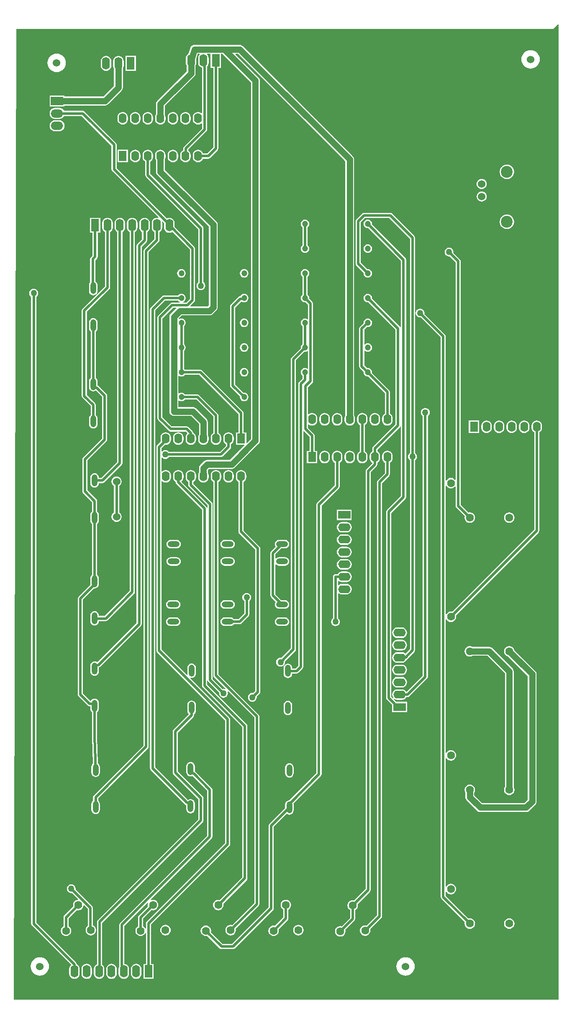
<source format=gtl>
G04*
G04 #@! TF.GenerationSoftware,Altium Limited,Altium Designer,20.2.6 (244)*
G04*
G04 Layer_Physical_Order=1*
G04 Layer_Color=255*
%FSLAX25Y25*%
%MOIN*%
G70*
G04*
G04 #@! TF.SameCoordinates,D0101EB9-F9F5-49BF-87CF-733DA2BBE2A4*
G04*
G04*
G04 #@! TF.FilePolarity,Positive*
G04*
G01*
G75*
%ADD29C,0.02000*%
%ADD30C,0.05000*%
%ADD31C,0.06000*%
%ADD32O,0.04724X0.09400*%
%ADD33C,0.06299*%
%ADD34R,0.06299X0.07874*%
%ADD35O,0.06299X0.07874*%
%ADD36R,0.09843X0.06693*%
%ADD37O,0.09843X0.06693*%
%ADD38C,0.09449*%
%ADD39O,0.06299X0.09843*%
%ADD40R,0.06299X0.09843*%
%ADD41R,0.09843X0.06299*%
%ADD42O,0.09843X0.06299*%
%ADD43O,0.09400X0.04724*%
%ADD44C,0.04724*%
%ADD45C,0.05000*%
G36*
X984000Y847347D02*
Y72000D01*
X550354D01*
X550001Y72354D01*
X552000Y844000D01*
X980000D01*
X983538Y847538D01*
X984000Y847347D01*
D02*
G37*
%LPC*%
G36*
X961811Y827020D02*
X960380Y826879D01*
X959004Y826461D01*
X957736Y825783D01*
X956625Y824871D01*
X955713Y823760D01*
X955035Y822492D01*
X954617Y821116D01*
X954477Y819685D01*
X954617Y818254D01*
X955035Y816878D01*
X955713Y815610D01*
X956625Y814499D01*
X957736Y813587D01*
X959004Y812909D01*
X960380Y812491D01*
X961811Y812350D01*
X963242Y812491D01*
X964618Y812909D01*
X965886Y813587D01*
X966997Y814499D01*
X967909Y815610D01*
X968587Y816878D01*
X969005Y818254D01*
X969145Y819685D01*
X969005Y821116D01*
X968587Y822492D01*
X967909Y823760D01*
X966997Y824871D01*
X965886Y825783D01*
X964618Y826461D01*
X963242Y826879D01*
X961811Y827020D01*
D02*
G37*
G36*
X647457Y822457D02*
X639157D01*
Y810614D01*
X647457D01*
Y822457D01*
D02*
G37*
G36*
X623622Y822493D02*
X622539Y822350D01*
X621529Y821932D01*
X620662Y821267D01*
X619997Y820400D01*
X619579Y819390D01*
X619437Y818307D01*
Y814764D01*
X619579Y813680D01*
X619997Y812671D01*
X620662Y811804D01*
X621529Y811139D01*
X622539Y810721D01*
X623622Y810578D01*
X624705Y810721D01*
X625715Y811139D01*
X626581Y811804D01*
X627247Y812671D01*
X627665Y813680D01*
X627807Y814764D01*
Y818307D01*
X627665Y819390D01*
X627247Y820400D01*
X626581Y821267D01*
X625715Y821932D01*
X624705Y822350D01*
X623622Y822493D01*
D02*
G37*
G36*
X584252Y824264D02*
X582821Y824123D01*
X581445Y823705D01*
X580177Y823028D01*
X579066Y822116D01*
X578154Y821004D01*
X577476Y819736D01*
X577058Y818360D01*
X576918Y816929D01*
X577058Y815498D01*
X577476Y814122D01*
X578154Y812854D01*
X579066Y811743D01*
X580177Y810831D01*
X581445Y810153D01*
X582821Y809736D01*
X584252Y809595D01*
X585683Y809736D01*
X587059Y810153D01*
X588327Y810831D01*
X589438Y811743D01*
X590350Y812854D01*
X591028Y814122D01*
X591446Y815498D01*
X591586Y816929D01*
X591446Y818360D01*
X591028Y819736D01*
X590350Y821004D01*
X589438Y822116D01*
X588327Y823028D01*
X587059Y823705D01*
X585683Y824123D01*
X584252Y824264D01*
D02*
G37*
G36*
X633465Y822493D02*
X632381Y822350D01*
X631372Y821932D01*
X630505Y821267D01*
X629840Y820400D01*
X629422Y819390D01*
X629279Y818307D01*
Y814764D01*
X629422Y813680D01*
X629840Y812671D01*
X629934Y812548D01*
Y798706D01*
X621372Y790144D01*
X590567D01*
Y790961D01*
X578724D01*
Y782268D01*
X590567D01*
Y783084D01*
X622835D01*
X623748Y783204D01*
X624600Y783557D01*
X625331Y784118D01*
X635961Y794748D01*
X636522Y795479D01*
X636874Y796330D01*
X636995Y797244D01*
Y812548D01*
X637089Y812671D01*
X637507Y813680D01*
X637650Y814764D01*
Y818307D01*
X637507Y819390D01*
X637089Y820400D01*
X636424Y821267D01*
X635557Y821932D01*
X634548Y822350D01*
X633465Y822493D01*
D02*
G37*
G36*
X686929Y777847D02*
X685846Y777704D01*
X684836Y777286D01*
X683970Y776621D01*
X683305Y775754D01*
X682886Y774745D01*
X682744Y773661D01*
Y772087D01*
X682886Y771003D01*
X683305Y769994D01*
X683970Y769127D01*
X684836Y768462D01*
X685846Y768044D01*
X686929Y767901D01*
X688013Y768044D01*
X689022Y768462D01*
X689889Y769127D01*
X690554Y769994D01*
X690972Y771003D01*
X691115Y772087D01*
Y773661D01*
X690972Y774745D01*
X690554Y775754D01*
X689889Y776621D01*
X689022Y777286D01*
X688013Y777704D01*
X686929Y777847D01*
D02*
G37*
G36*
X676929D02*
X675846Y777704D01*
X674836Y777286D01*
X673970Y776621D01*
X673305Y775754D01*
X672886Y774745D01*
X672744Y773661D01*
Y772087D01*
X672886Y771003D01*
X673305Y769994D01*
X673970Y769127D01*
X674836Y768462D01*
X675846Y768044D01*
X676929Y767901D01*
X678013Y768044D01*
X679022Y768462D01*
X679889Y769127D01*
X680554Y769994D01*
X680972Y771003D01*
X681115Y772087D01*
Y773661D01*
X680972Y774745D01*
X680554Y775754D01*
X679889Y776621D01*
X679022Y777286D01*
X678013Y777704D01*
X676929Y777847D01*
D02*
G37*
G36*
X656929D02*
X655846Y777704D01*
X654837Y777286D01*
X653970Y776621D01*
X653304Y775754D01*
X652886Y774745D01*
X652744Y773661D01*
Y772087D01*
X652886Y771003D01*
X653304Y769994D01*
X653970Y769127D01*
X654837Y768462D01*
X655846Y768044D01*
X656929Y767901D01*
X658012Y768044D01*
X659022Y768462D01*
X659889Y769127D01*
X660554Y769994D01*
X660972Y771003D01*
X661115Y772087D01*
Y773661D01*
X660972Y774745D01*
X660554Y775754D01*
X659889Y776621D01*
X659022Y777286D01*
X658012Y777704D01*
X656929Y777847D01*
D02*
G37*
G36*
X646929D02*
X645846Y777704D01*
X644837Y777286D01*
X643970Y776621D01*
X643304Y775754D01*
X642886Y774745D01*
X642744Y773661D01*
Y772087D01*
X642886Y771003D01*
X643304Y769994D01*
X643970Y769127D01*
X644837Y768462D01*
X645846Y768044D01*
X646929Y767901D01*
X648012Y768044D01*
X649022Y768462D01*
X649889Y769127D01*
X650554Y769994D01*
X650972Y771003D01*
X651115Y772087D01*
Y773661D01*
X650972Y774745D01*
X650554Y775754D01*
X649889Y776621D01*
X649022Y777286D01*
X648012Y777704D01*
X646929Y777847D01*
D02*
G37*
G36*
X636929D02*
X635846Y777704D01*
X634836Y777286D01*
X633970Y776621D01*
X633305Y775754D01*
X632886Y774745D01*
X632744Y773661D01*
Y772087D01*
X632886Y771003D01*
X633305Y769994D01*
X633970Y769127D01*
X634836Y768462D01*
X635846Y768044D01*
X636929Y767901D01*
X638013Y768044D01*
X639022Y768462D01*
X639889Y769127D01*
X640554Y769994D01*
X640972Y771003D01*
X641115Y772087D01*
Y773661D01*
X640972Y774745D01*
X640554Y775754D01*
X639889Y776621D01*
X639022Y777286D01*
X638013Y777704D01*
X636929Y777847D01*
D02*
G37*
G36*
X586220Y771313D02*
X583071D01*
X581936Y771164D01*
X580879Y770726D01*
X579971Y770029D01*
X579274Y769121D01*
X578836Y768064D01*
X578687Y766929D01*
X578836Y765795D01*
X579274Y764737D01*
X579971Y763829D01*
X580879Y763133D01*
X581936Y762695D01*
X583071Y762545D01*
X586220D01*
X587355Y762695D01*
X588412Y763133D01*
X589320Y763829D01*
X590017Y764737D01*
X590455Y765795D01*
X590604Y766929D01*
X590455Y768064D01*
X590017Y769121D01*
X589320Y770029D01*
X588412Y770726D01*
X587355Y771164D01*
X586220Y771313D01*
D02*
G37*
G36*
X641079Y747811D02*
X632780D01*
Y743146D01*
X632744Y742874D01*
X632780Y742602D01*
Y737937D01*
X641079D01*
Y742602D01*
X641115Y742874D01*
X641079Y743146D01*
Y747811D01*
D02*
G37*
G36*
X676929Y747847D02*
X675846Y747704D01*
X674836Y747286D01*
X673970Y746621D01*
X673305Y745754D01*
X672886Y744745D01*
X672744Y743661D01*
Y742087D01*
X672886Y741003D01*
X673305Y739994D01*
X673970Y739127D01*
X674836Y738462D01*
X675846Y738044D01*
X676929Y737901D01*
X678013Y738044D01*
X679022Y738462D01*
X679889Y739127D01*
X680554Y739994D01*
X680972Y741003D01*
X681115Y742087D01*
Y743661D01*
X680972Y744745D01*
X680554Y745754D01*
X679889Y746621D01*
X679022Y747286D01*
X678013Y747704D01*
X676929Y747847D01*
D02*
G37*
G36*
X646929D02*
X645846Y747704D01*
X644837Y747286D01*
X643970Y746621D01*
X643304Y745754D01*
X642886Y744745D01*
X642744Y743661D01*
Y742087D01*
X642886Y741003D01*
X643304Y739994D01*
X643970Y739127D01*
X644837Y738462D01*
X645846Y738044D01*
X646929Y737901D01*
X648012Y738044D01*
X649022Y738462D01*
X649889Y739127D01*
X650554Y739994D01*
X650972Y741003D01*
X651115Y742087D01*
Y743661D01*
X650972Y744745D01*
X650554Y745754D01*
X649889Y746621D01*
X649022Y747286D01*
X648012Y747704D01*
X646929Y747847D01*
D02*
G37*
G36*
X942913Y736089D02*
X941419Y735892D01*
X940026Y735315D01*
X938830Y734398D01*
X937913Y733202D01*
X937336Y731809D01*
X937139Y730315D01*
X937336Y728821D01*
X937913Y727428D01*
X938830Y726232D01*
X940026Y725315D01*
X941419Y724738D01*
X942913Y724541D01*
X944408Y724738D01*
X945800Y725315D01*
X946996Y726232D01*
X947913Y727428D01*
X948490Y728821D01*
X948687Y730315D01*
X948490Y731809D01*
X947913Y733202D01*
X946996Y734398D01*
X945800Y735315D01*
X944408Y735892D01*
X942913Y736089D01*
D02*
G37*
G36*
X922835Y724704D02*
X921790Y724566D01*
X920817Y724163D01*
X919982Y723522D01*
X919341Y722687D01*
X918938Y721714D01*
X918800Y720669D01*
X918938Y719625D01*
X919341Y718652D01*
X919982Y717817D01*
X920817Y717175D01*
X921790Y716772D01*
X922835Y716635D01*
X923879Y716772D01*
X924852Y717175D01*
X925687Y717817D01*
X926329Y718652D01*
X926732Y719625D01*
X926869Y720669D01*
X926732Y721714D01*
X926329Y722687D01*
X925687Y723522D01*
X924852Y724163D01*
X923879Y724566D01*
X922835Y724704D01*
D02*
G37*
G36*
X922933Y714763D02*
X921889Y714626D01*
X920916Y714222D01*
X920080Y713581D01*
X919439Y712746D01*
X919036Y711773D01*
X918898Y710728D01*
X919036Y709684D01*
X919439Y708711D01*
X920080Y707876D01*
X920916Y707234D01*
X921889Y706831D01*
X922933Y706694D01*
X923977Y706831D01*
X924950Y707234D01*
X925786Y707876D01*
X926427Y708711D01*
X926830Y709684D01*
X926968Y710728D01*
X926830Y711773D01*
X926427Y712746D01*
X925786Y713581D01*
X924950Y714222D01*
X923977Y714626D01*
X922933Y714763D01*
D02*
G37*
G36*
X942913Y696325D02*
X941419Y696128D01*
X940026Y695551D01*
X938830Y694634D01*
X937913Y693438D01*
X937336Y692046D01*
X937139Y690551D01*
X937336Y689057D01*
X937913Y687664D01*
X938830Y686469D01*
X940026Y685551D01*
X941419Y684974D01*
X942913Y684777D01*
X944408Y684974D01*
X945800Y685551D01*
X946996Y686469D01*
X947913Y687664D01*
X948490Y689057D01*
X948687Y690551D01*
X948490Y692046D01*
X947913Y693438D01*
X946996Y694634D01*
X945800Y695551D01*
X944408Y696128D01*
X942913Y696325D01*
D02*
G37*
G36*
X832087Y672683D02*
X831209Y672567D01*
X830391Y672228D01*
X829689Y671689D01*
X829150Y670987D01*
X828811Y670169D01*
X828696Y669291D01*
X828811Y668414D01*
X829150Y667596D01*
X829689Y666893D01*
X830391Y666355D01*
X831209Y666016D01*
X832087Y665900D01*
X832965Y666016D01*
X833782Y666355D01*
X834485Y666893D01*
X835024Y667596D01*
X835363Y668414D01*
X835478Y669291D01*
X835363Y670169D01*
X835024Y670987D01*
X834485Y671689D01*
X833782Y672228D01*
X832965Y672567D01*
X832087Y672683D01*
D02*
G37*
G36*
X782087Y692368D02*
X781209Y692252D01*
X780391Y691913D01*
X779689Y691374D01*
X779150Y690672D01*
X778811Y689854D01*
X778695Y688976D01*
X778811Y688099D01*
X779150Y687281D01*
X779689Y686578D01*
X780047Y686303D01*
Y679100D01*
X780048Y679099D01*
Y671965D01*
X779689Y671689D01*
X779150Y670987D01*
X778811Y670169D01*
X778696Y669291D01*
X778811Y668414D01*
X779150Y667596D01*
X779689Y666893D01*
X780391Y666355D01*
X781209Y666016D01*
X782087Y665900D01*
X782965Y666016D01*
X783782Y666355D01*
X784485Y666893D01*
X785024Y667596D01*
X785362Y668414D01*
X785478Y669291D01*
X785362Y670169D01*
X785024Y670987D01*
X784485Y671689D01*
X784126Y671965D01*
Y679100D01*
X784126Y679101D01*
Y686303D01*
X784485Y686578D01*
X785023Y687281D01*
X785362Y688099D01*
X785478Y688976D01*
X785362Y689854D01*
X785023Y690672D01*
X784485Y691374D01*
X783782Y691913D01*
X782964Y692252D01*
X782087Y692368D01*
D02*
G37*
G36*
X733661Y652998D02*
X732784Y652882D01*
X731966Y652543D01*
X731263Y652004D01*
X730724Y651302D01*
X730386Y650484D01*
X730270Y649606D01*
X730386Y648729D01*
X730724Y647911D01*
X731263Y647208D01*
X731966Y646669D01*
X732784Y646331D01*
X733661Y646215D01*
X734539Y646331D01*
X735357Y646669D01*
X736059Y647208D01*
X736598Y647911D01*
X736937Y648729D01*
X737053Y649606D01*
X736937Y650484D01*
X736598Y651302D01*
X736059Y652004D01*
X735357Y652543D01*
X734539Y652882D01*
X733661Y652998D01*
D02*
G37*
G36*
X683661D02*
X682784Y652882D01*
X681966Y652543D01*
X681263Y652004D01*
X680724Y651302D01*
X680386Y650484D01*
X680270Y649606D01*
X680386Y648729D01*
X680724Y647911D01*
X681263Y647208D01*
X681966Y646669D01*
X682784Y646331D01*
X683661Y646215D01*
X684539Y646331D01*
X685357Y646669D01*
X686059Y647208D01*
X686598Y647911D01*
X686937Y648729D01*
X687053Y649606D01*
X686937Y650484D01*
X686598Y651302D01*
X686059Y652004D01*
X685357Y652543D01*
X684539Y652882D01*
X683661Y652998D01*
D02*
G37*
G36*
X656929Y747847D02*
X655846Y747704D01*
X654837Y747286D01*
X653970Y746621D01*
X653304Y745754D01*
X652886Y744745D01*
X652744Y743661D01*
Y742087D01*
X652886Y741003D01*
X653304Y739994D01*
X653970Y739127D01*
X654837Y738462D01*
X654890Y738440D01*
Y727638D01*
X655045Y726858D01*
X655487Y726196D01*
X697173Y684510D01*
Y642611D01*
X696716Y642260D01*
X696155Y641529D01*
X695803Y640677D01*
X695682Y639764D01*
X695803Y638850D01*
X696155Y637999D01*
X696716Y637268D01*
X697447Y636706D01*
X698299Y636354D01*
X699213Y636234D01*
X700126Y636354D01*
X700978Y636706D01*
X701709Y637268D01*
X702270Y637999D01*
X702623Y638850D01*
X702743Y639764D01*
X702623Y640677D01*
X702270Y641529D01*
X701709Y642260D01*
X701252Y642611D01*
Y685355D01*
X701097Y686135D01*
X700655Y686797D01*
X658968Y728483D01*
Y738440D01*
X659022Y738462D01*
X659889Y739127D01*
X660554Y739994D01*
X660972Y741003D01*
X661115Y742087D01*
Y743661D01*
X660972Y744745D01*
X660554Y745754D01*
X659889Y746621D01*
X659022Y747286D01*
X658012Y747704D01*
X656929Y747847D01*
D02*
G37*
G36*
X619110Y693716D02*
X610811D01*
Y681874D01*
X612921D01*
Y663638D01*
X611550Y662267D01*
X611108Y661606D01*
X610953Y660825D01*
Y642486D01*
X610449Y641829D01*
X610110Y641011D01*
X609995Y640133D01*
Y635458D01*
X610110Y634580D01*
X610449Y633762D01*
X610988Y633060D01*
X611690Y632521D01*
X612508Y632182D01*
X613386Y632066D01*
X614263Y632182D01*
X615081Y632521D01*
X615784Y633060D01*
X616323Y633762D01*
X616662Y634580D01*
X616777Y635458D01*
Y640133D01*
X616662Y641011D01*
X616323Y641829D01*
X615784Y642531D01*
X615081Y643070D01*
X615031Y643091D01*
Y659980D01*
X616402Y661352D01*
X616845Y662013D01*
X617000Y662794D01*
Y681874D01*
X619110D01*
Y693716D01*
D02*
G37*
G36*
X733662Y633312D02*
X732784Y633197D01*
X731966Y632858D01*
X731264Y632319D01*
X730725Y631617D01*
X730655Y631448D01*
X730590D01*
X729810Y631293D01*
X729148Y630851D01*
X722967Y624670D01*
X722526Y624009D01*
X722370Y623228D01*
Y560433D01*
X722526Y559653D01*
X722967Y558991D01*
X730329Y551630D01*
X730270Y551181D01*
X730386Y550304D01*
X730724Y549486D01*
X731263Y548783D01*
X731966Y548244D01*
X732784Y547905D01*
X733661Y547790D01*
X734539Y547905D01*
X735357Y548244D01*
X736059Y548783D01*
X736598Y549486D01*
X736937Y550304D01*
X737053Y551181D01*
X736937Y552059D01*
X736598Y552877D01*
X736059Y553579D01*
X735357Y554118D01*
X734539Y554457D01*
X733661Y554572D01*
X733213Y554513D01*
X726449Y561278D01*
Y622384D01*
X731435Y627370D01*
X731463D01*
X731966Y626984D01*
X732784Y626646D01*
X733662Y626530D01*
X734539Y626646D01*
X735357Y626984D01*
X736060Y627523D01*
X736598Y628226D01*
X736937Y629043D01*
X737053Y629921D01*
X736937Y630799D01*
X736598Y631617D01*
X736060Y632319D01*
X735357Y632858D01*
X734539Y633197D01*
X733662Y633312D01*
D02*
G37*
G36*
X782087Y652998D02*
X781209Y652882D01*
X780391Y652543D01*
X779689Y652004D01*
X779150Y651302D01*
X778811Y650484D01*
X778695Y649606D01*
X778811Y648729D01*
X779150Y647911D01*
X779689Y647208D01*
X780047Y646933D01*
Y632594D01*
X779689Y632319D01*
X779150Y631617D01*
X778811Y630799D01*
X778695Y629921D01*
X778811Y629043D01*
X779150Y628226D01*
X779689Y627523D01*
X780391Y626984D01*
X781209Y626646D01*
X782087Y626530D01*
X782535Y626589D01*
X784461Y624663D01*
Y613218D01*
X784012Y612997D01*
X783782Y613173D01*
X782964Y613512D01*
X782087Y613628D01*
X781209Y613512D01*
X780391Y613173D01*
X779689Y612634D01*
X779150Y611932D01*
X778811Y611114D01*
X778695Y610236D01*
X778811Y609359D01*
X779150Y608541D01*
X779689Y607838D01*
X780047Y607563D01*
Y593224D01*
X779689Y592949D01*
X779150Y592247D01*
X778811Y591429D01*
X778695Y590551D01*
X778754Y590103D01*
X771393Y582741D01*
X770951Y582080D01*
X770795Y581299D01*
Y351379D01*
X763271Y343855D01*
X762700Y343930D01*
X761786Y343810D01*
X760935Y343457D01*
X760204Y342896D01*
X759643Y342165D01*
X759290Y341314D01*
X759170Y340400D01*
X759290Y339486D01*
X759643Y338635D01*
X760204Y337904D01*
X760935Y337343D01*
X761786Y336990D01*
X762700Y336870D01*
X763614Y336990D01*
X764465Y337343D01*
X765196Y337904D01*
X765757Y338635D01*
X766110Y339486D01*
X766230Y340400D01*
X766155Y340971D01*
X774277Y349093D01*
X774719Y349754D01*
X774874Y350535D01*
Y580455D01*
X781638Y587219D01*
X782087Y587160D01*
X782964Y587276D01*
X783782Y587614D01*
X784012Y587791D01*
X784461Y587570D01*
Y573848D01*
X784012Y573627D01*
X783782Y573803D01*
X782964Y574142D01*
X782087Y574257D01*
X781209Y574142D01*
X780391Y573803D01*
X779689Y573264D01*
X779150Y572562D01*
X778811Y571744D01*
X778695Y570866D01*
X778811Y569988D01*
X779150Y569171D01*
X779689Y568468D01*
X780061Y568183D01*
Y565745D01*
X777298Y562982D01*
X776856Y562321D01*
X776701Y561540D01*
Y337459D01*
X774681Y335439D01*
X771895D01*
Y335802D01*
X771780Y336680D01*
X771441Y337498D01*
X770902Y338200D01*
X770200Y338739D01*
X769382Y339078D01*
X768504Y339193D01*
X767626Y339078D01*
X766808Y338739D01*
X766106Y338200D01*
X765567Y337498D01*
X765228Y336680D01*
X765113Y335802D01*
Y331127D01*
X765228Y330249D01*
X765567Y329431D01*
X766106Y328729D01*
X766808Y328190D01*
X767626Y327851D01*
X768504Y327735D01*
X769382Y327851D01*
X770200Y328190D01*
X770902Y328729D01*
X771441Y329431D01*
X771780Y330249D01*
X771895Y331127D01*
Y331361D01*
X775526D01*
X776306Y331516D01*
X776968Y331958D01*
X780182Y335172D01*
X780624Y335834D01*
X780779Y336614D01*
Y523930D01*
X781279Y524137D01*
X785677Y519739D01*
Y508441D01*
X783567D01*
Y503776D01*
X783531Y503504D01*
X783567Y503232D01*
Y498567D01*
X791866D01*
Y503232D01*
X791902Y503504D01*
X791866Y503776D01*
Y508441D01*
X789756D01*
Y520583D01*
X789756Y520583D01*
X789601Y521364D01*
X789158Y522025D01*
X784539Y526645D01*
Y529294D01*
X785039Y529541D01*
X785624Y529092D01*
X786633Y528674D01*
X787717Y528531D01*
X788800Y528674D01*
X789809Y529092D01*
X790676Y529757D01*
X791341Y530624D01*
X791759Y531633D01*
X791902Y532717D01*
Y534291D01*
X791759Y535375D01*
X791341Y536384D01*
X790676Y537251D01*
X789809Y537916D01*
X788800Y538334D01*
X787717Y538477D01*
X786633Y538334D01*
X785624Y537916D01*
X785039Y537467D01*
X784539Y537714D01*
Y558955D01*
X787942Y562358D01*
X788384Y563020D01*
X788539Y563800D01*
Y625508D01*
X788384Y626288D01*
X787942Y626950D01*
X785419Y629473D01*
X785478Y629921D01*
X785362Y630799D01*
X785023Y631617D01*
X784485Y632319D01*
X784126Y632594D01*
Y646933D01*
X784485Y647208D01*
X785023Y647911D01*
X785362Y648729D01*
X785478Y649606D01*
X785362Y650484D01*
X785023Y651302D01*
X784485Y652004D01*
X783782Y652543D01*
X782964Y652882D01*
X782087Y652998D01*
D02*
G37*
G36*
X832087Y613628D02*
X831209Y613512D01*
X830391Y613173D01*
X829689Y612634D01*
X829150Y611932D01*
X828811Y611114D01*
X828695Y610236D01*
X828754Y609788D01*
X825858Y606892D01*
X825416Y606230D01*
X825261Y605450D01*
Y575653D01*
X825416Y574872D01*
X825858Y574211D01*
X828754Y571314D01*
X828695Y570866D01*
X828811Y569988D01*
X829150Y569171D01*
X829689Y568468D01*
X830391Y567929D01*
X831209Y567591D01*
X832087Y567475D01*
X832535Y567534D01*
X845677Y554391D01*
Y537938D01*
X845624Y537916D01*
X844757Y537251D01*
X844092Y536384D01*
X843674Y535375D01*
X843531Y534291D01*
Y532717D01*
X843674Y531633D01*
X844092Y530624D01*
X844757Y529757D01*
X845624Y529092D01*
X846633Y528674D01*
X847717Y528531D01*
X848800Y528674D01*
X849809Y529092D01*
X850676Y529757D01*
X851341Y530624D01*
X851759Y531633D01*
X851902Y532717D01*
Y534291D01*
X851759Y535375D01*
X851341Y536384D01*
X850676Y537251D01*
X849809Y537916D01*
X849756Y537938D01*
Y555236D01*
X849601Y556017D01*
X849158Y556678D01*
X835419Y570418D01*
X835478Y570866D01*
X835362Y571744D01*
X835023Y572562D01*
X834484Y573264D01*
X833782Y573803D01*
X832964Y574142D01*
X832087Y574257D01*
X831638Y574198D01*
X829339Y576498D01*
Y587835D01*
X829839Y588038D01*
X830391Y587614D01*
X831209Y587276D01*
X832087Y587160D01*
X832964Y587276D01*
X833782Y587614D01*
X834484Y588153D01*
X835023Y588856D01*
X835362Y589674D01*
X835478Y590551D01*
X835362Y591429D01*
X835023Y592247D01*
X834484Y592949D01*
X833782Y593488D01*
X832964Y593827D01*
X832087Y593942D01*
X831209Y593827D01*
X830391Y593488D01*
X829839Y593065D01*
X829339Y593268D01*
Y604605D01*
X831638Y606904D01*
X832087Y606845D01*
X832964Y606961D01*
X833782Y607300D01*
X834484Y607838D01*
X835023Y608541D01*
X835362Y609359D01*
X835478Y610236D01*
X835362Y611114D01*
X835023Y611932D01*
X834484Y612634D01*
X833782Y613173D01*
X832964Y613512D01*
X832087Y613628D01*
D02*
G37*
G36*
X733661D02*
X732784Y613512D01*
X731966Y613173D01*
X731263Y612634D01*
X730724Y611932D01*
X730386Y611114D01*
X730270Y610236D01*
X730386Y609359D01*
X730724Y608541D01*
X731263Y607838D01*
X731966Y607300D01*
X732784Y606961D01*
X733661Y606845D01*
X734539Y606961D01*
X735357Y607300D01*
X736059Y607838D01*
X736598Y608541D01*
X736937Y609359D01*
X737053Y610236D01*
X736937Y611114D01*
X736598Y611932D01*
X736059Y612634D01*
X735357Y613173D01*
X734539Y613512D01*
X733661Y613628D01*
D02*
G37*
G36*
X832087Y692368D02*
X831209Y692252D01*
X830391Y691913D01*
X829689Y691374D01*
X829150Y690672D01*
X828811Y689854D01*
X828695Y688976D01*
X828811Y688099D01*
X829150Y687281D01*
X829689Y686578D01*
X830391Y686039D01*
X831209Y685701D01*
X832087Y685585D01*
X832535Y685644D01*
X858591Y659588D01*
Y606779D01*
X858091Y606627D01*
X857741Y607151D01*
X835419Y629473D01*
X835478Y629921D01*
X835362Y630799D01*
X835023Y631617D01*
X834484Y632319D01*
X833782Y632858D01*
X832964Y633197D01*
X832087Y633312D01*
X831209Y633197D01*
X830391Y632858D01*
X829689Y632319D01*
X829150Y631617D01*
X828811Y630799D01*
X828695Y629921D01*
X828811Y629043D01*
X829150Y628226D01*
X829689Y627523D01*
X830391Y626984D01*
X831209Y626646D01*
X832087Y626530D01*
X832535Y626589D01*
X854260Y604864D01*
Y529544D01*
X836275Y511558D01*
X835833Y510897D01*
X835677Y510117D01*
Y507938D01*
X835624Y507916D01*
X834757Y507251D01*
X834092Y506384D01*
X833674Y505375D01*
X833531Y504291D01*
Y502717D01*
X833674Y501633D01*
X834092Y500624D01*
X834757Y499757D01*
X835624Y499092D01*
X835677Y499070D01*
Y498445D01*
X830958Y493725D01*
X830516Y493064D01*
X830361Y492283D01*
Y160016D01*
X821216Y150871D01*
X821162Y150893D01*
X820079Y151036D01*
X818995Y150893D01*
X817986Y150475D01*
X817119Y149810D01*
X816454Y148943D01*
X816036Y147934D01*
X815893Y146850D01*
X816036Y145767D01*
X816454Y144758D01*
X817119Y143891D01*
X817986Y143226D01*
X818040Y143204D01*
Y137065D01*
X811373Y130399D01*
X811320Y130421D01*
X810236Y130563D01*
X809153Y130421D01*
X808144Y130003D01*
X807277Y129338D01*
X806612Y128471D01*
X806193Y127461D01*
X806051Y126378D01*
X806193Y125295D01*
X806612Y124285D01*
X807277Y123418D01*
X808144Y122753D01*
X809153Y122335D01*
X810236Y122193D01*
X811320Y122335D01*
X812329Y122753D01*
X813196Y123418D01*
X813861Y124285D01*
X814279Y125295D01*
X814422Y126378D01*
X814279Y127461D01*
X814257Y127515D01*
X821521Y134779D01*
X821963Y135440D01*
X822118Y136221D01*
Y143204D01*
X822171Y143226D01*
X823038Y143891D01*
X823703Y144758D01*
X824122Y145767D01*
X824264Y146850D01*
X824122Y147934D01*
X824099Y147987D01*
X833842Y157730D01*
X834284Y158391D01*
X834439Y159172D01*
Y491439D01*
X839159Y496158D01*
X839601Y496820D01*
X839756Y497600D01*
Y499070D01*
X839809Y499092D01*
X840676Y499757D01*
X841341Y500624D01*
X841759Y501633D01*
X841902Y502717D01*
Y504291D01*
X841759Y505375D01*
X841341Y506384D01*
X840676Y507251D01*
X839809Y507916D01*
X839756Y507938D01*
Y509272D01*
X857741Y527257D01*
X858091Y527780D01*
X858591Y527629D01*
Y472498D01*
X847377Y461284D01*
X846935Y460623D01*
X846780Y459842D01*
Y311999D01*
X846935Y311218D01*
X847377Y310557D01*
X851559Y306375D01*
Y300575D01*
X863402D01*
Y308874D01*
X854827D01*
X852641Y311060D01*
X852972Y311437D01*
X853616Y310942D01*
X854626Y310524D01*
X855709Y310382D01*
X859252D01*
X860335Y310524D01*
X861345Y310942D01*
X862212Y311608D01*
X862877Y312474D01*
X862899Y312528D01*
X863800D01*
X864580Y312683D01*
X865242Y313125D01*
X879395Y327278D01*
X879395Y327278D01*
X879837Y327939D01*
X879992Y328720D01*
X879992Y328720D01*
Y536129D01*
X880449Y536480D01*
X881010Y537211D01*
X881363Y538063D01*
X881483Y538976D01*
X881363Y539890D01*
X881010Y540741D01*
X880449Y541473D01*
X879718Y542034D01*
X878866Y542386D01*
X877953Y542507D01*
X877039Y542386D01*
X876188Y542034D01*
X875457Y541473D01*
X874895Y540741D01*
X874543Y539890D01*
X874423Y538976D01*
X874543Y538063D01*
X874895Y537211D01*
X875457Y536480D01*
X875914Y536129D01*
Y329564D01*
X863282Y316933D01*
X862627Y316985D01*
X862212Y317527D01*
X861345Y318192D01*
X860335Y318610D01*
X859252Y318752D01*
X855709D01*
X854626Y318610D01*
X853616Y318192D01*
X852749Y317527D01*
X852084Y316660D01*
X851666Y315650D01*
X851523Y314567D01*
X851666Y313484D01*
X852084Y312474D01*
X852578Y311830D01*
X852202Y311500D01*
X850858Y312843D01*
Y458998D01*
X862072Y470212D01*
X862072Y470212D01*
X862514Y470873D01*
X862669Y471654D01*
Y660433D01*
X862514Y661213D01*
X862072Y661875D01*
X835419Y688528D01*
X835478Y688976D01*
X835362Y689854D01*
X835023Y690672D01*
X834484Y691374D01*
X833782Y691913D01*
X832964Y692252D01*
X832087Y692368D01*
D02*
G37*
G36*
X733661Y593942D02*
X732784Y593827D01*
X731966Y593488D01*
X731263Y592949D01*
X730724Y592247D01*
X730386Y591429D01*
X730270Y590551D01*
X730386Y589674D01*
X730724Y588856D01*
X731263Y588153D01*
X731966Y587614D01*
X732784Y587276D01*
X733661Y587160D01*
X734539Y587276D01*
X735357Y587614D01*
X736059Y588153D01*
X736598Y588856D01*
X736937Y589674D01*
X737053Y590551D01*
X736937Y591429D01*
X736598Y592247D01*
X736059Y592949D01*
X735357Y593488D01*
X734539Y593827D01*
X733661Y593942D01*
D02*
G37*
G36*
Y574257D02*
X732784Y574142D01*
X731966Y573803D01*
X731263Y573264D01*
X730724Y572562D01*
X730386Y571744D01*
X730270Y570866D01*
X730386Y569988D01*
X730724Y569171D01*
X731263Y568468D01*
X731966Y567929D01*
X732784Y567591D01*
X733661Y567475D01*
X734539Y567591D01*
X735357Y567929D01*
X736059Y568468D01*
X736598Y569171D01*
X736937Y569988D01*
X737053Y570866D01*
X736937Y571744D01*
X736598Y572562D01*
X736059Y573264D01*
X735357Y573803D01*
X734539Y574142D01*
X733661Y574257D01*
D02*
G37*
G36*
X837717Y538477D02*
X836633Y538334D01*
X835624Y537916D01*
X834757Y537251D01*
X834092Y536384D01*
X833674Y535375D01*
X833531Y534291D01*
Y532717D01*
X833674Y531633D01*
X834092Y530624D01*
X834757Y529757D01*
X835624Y529092D01*
X836633Y528674D01*
X837717Y528531D01*
X838800Y528674D01*
X839809Y529092D01*
X840676Y529757D01*
X841341Y530624D01*
X841759Y531633D01*
X841902Y532717D01*
Y534291D01*
X841759Y535375D01*
X841341Y536384D01*
X840676Y537251D01*
X839809Y537916D01*
X838800Y538334D01*
X837717Y538477D01*
D02*
G37*
G36*
X730200Y831230D02*
X694039D01*
X693644Y831178D01*
X693248Y831141D01*
X693188Y831118D01*
X693125Y831110D01*
X692757Y830958D01*
X692384Y830818D01*
X692332Y830782D01*
X692274Y830757D01*
X691958Y830515D01*
X691633Y830284D01*
X691593Y830235D01*
X691542Y830196D01*
X691300Y829881D01*
X691046Y829574D01*
X691020Y829516D01*
X690981Y829465D01*
X690829Y829097D01*
X690664Y828735D01*
X689674Y825511D01*
X689309Y824320D01*
X689246Y824294D01*
X688379Y823629D01*
X687714Y822762D01*
X687296Y821752D01*
X687153Y820669D01*
Y817126D01*
X687296Y816043D01*
X687714Y815033D01*
X687808Y814910D01*
Y810124D01*
X664433Y786748D01*
X663872Y786017D01*
X663519Y785166D01*
X663399Y784252D01*
Y775877D01*
X663305Y775754D01*
X662886Y774745D01*
X662744Y773661D01*
Y772087D01*
X662886Y771003D01*
X663305Y769994D01*
X663970Y769127D01*
X664837Y768462D01*
X665846Y768044D01*
X666929Y767901D01*
X668013Y768044D01*
X669022Y768462D01*
X669889Y769127D01*
X670554Y769994D01*
X670972Y771003D01*
X671115Y772087D01*
Y773661D01*
X670972Y774745D01*
X670554Y775754D01*
X670459Y775877D01*
Y782790D01*
X693835Y806165D01*
X694396Y806896D01*
X694748Y807748D01*
X694869Y808661D01*
Y814910D01*
X694963Y815033D01*
X695381Y816043D01*
X695524Y817126D01*
Y820504D01*
X696424Y823440D01*
X696424Y823440D01*
X696648Y824170D01*
X698149D01*
X698310Y823696D01*
X698222Y823629D01*
X697556Y822762D01*
X697138Y821752D01*
X696996Y820669D01*
Y817126D01*
X697138Y816043D01*
X697556Y815033D01*
X698222Y814166D01*
X699088Y813501D01*
X700061Y813099D01*
Y777119D01*
X699561Y776873D01*
X699022Y777286D01*
X698012Y777704D01*
X696929Y777847D01*
X695846Y777704D01*
X694837Y777286D01*
X693970Y776621D01*
X693304Y775754D01*
X692886Y774745D01*
X692744Y773661D01*
Y772087D01*
X692886Y771003D01*
X693304Y769994D01*
X693970Y769127D01*
X694837Y768462D01*
X695846Y768044D01*
X696929Y767901D01*
X698012Y768044D01*
X699022Y768462D01*
X699561Y768875D01*
X700061Y768629D01*
Y764756D01*
X685690Y750385D01*
X685248Y749723D01*
X685093Y748943D01*
Y747392D01*
X684836Y747286D01*
X683970Y746621D01*
X683305Y745754D01*
X682886Y744745D01*
X682744Y743661D01*
Y742087D01*
X682886Y741003D01*
X683305Y739994D01*
X683970Y739127D01*
X684836Y738462D01*
X685846Y738044D01*
X686929Y737901D01*
X688013Y738044D01*
X689022Y738462D01*
X689889Y739127D01*
X690554Y739994D01*
X690972Y741003D01*
X691115Y742087D01*
Y743661D01*
X690972Y744745D01*
X690554Y745754D01*
X689889Y746621D01*
X689171Y747172D01*
Y748098D01*
X703542Y762469D01*
X703984Y763131D01*
X704139Y763911D01*
Y813805D01*
X704077Y814118D01*
X704141Y814166D01*
X704806Y815033D01*
X705224Y816043D01*
X705367Y817126D01*
Y820669D01*
X705224Y821752D01*
X704806Y822762D01*
X704141Y823629D01*
X704053Y823696D01*
X704213Y824170D01*
X706874D01*
Y812976D01*
X708984D01*
Y749668D01*
X704155Y744839D01*
X700933D01*
X700554Y745754D01*
X699889Y746621D01*
X699022Y747286D01*
X698012Y747704D01*
X696929Y747847D01*
X695846Y747704D01*
X694837Y747286D01*
X693970Y746621D01*
X693304Y745754D01*
X692886Y744745D01*
X692744Y743661D01*
Y742087D01*
X692886Y741003D01*
X693304Y739994D01*
X693970Y739127D01*
X694837Y738462D01*
X695846Y738044D01*
X696929Y737901D01*
X698012Y738044D01*
X699022Y738462D01*
X699889Y739127D01*
X700554Y739994D01*
X700872Y740761D01*
X705000D01*
X705780Y740916D01*
X706442Y741358D01*
X712465Y747382D01*
X712908Y748043D01*
X713063Y748824D01*
X713063Y748824D01*
Y812976D01*
X715173D01*
Y824170D01*
X716238D01*
X739070Y801338D01*
Y517962D01*
X735793Y514685D01*
X735331Y514877D01*
Y517878D01*
X735367Y518150D01*
X735331Y518422D01*
Y523087D01*
X733220D01*
Y538504D01*
X733065Y539284D01*
X732623Y539946D01*
X700261Y572308D01*
X699599Y572750D01*
X698819Y572905D01*
X686335D01*
X686059Y573264D01*
X685701Y573539D01*
Y587878D01*
X686059Y588153D01*
X686598Y588856D01*
X686937Y589674D01*
X687053Y590551D01*
X686937Y591429D01*
X686598Y592247D01*
X686059Y592949D01*
X685701Y593224D01*
Y607563D01*
X686059Y607838D01*
X686598Y608541D01*
X686937Y609359D01*
X687053Y610236D01*
X686937Y611114D01*
X686598Y611932D01*
X686059Y612634D01*
X685357Y613173D01*
X684539Y613512D01*
X683661Y613628D01*
X682784Y613512D01*
X681966Y613173D01*
X681938Y613152D01*
X681422Y613382D01*
X681384Y613692D01*
X683924Y616232D01*
X706126D01*
X707040Y616352D01*
X707891Y616705D01*
X708622Y617266D01*
X711551Y620195D01*
X712112Y620926D01*
X712465Y621777D01*
X712585Y622691D01*
Y688283D01*
X712465Y689196D01*
X712112Y690048D01*
X711551Y690779D01*
X670459Y731871D01*
Y739871D01*
X670554Y739994D01*
X670972Y741003D01*
X671115Y742087D01*
Y743661D01*
X670972Y744745D01*
X670554Y745754D01*
X669889Y746621D01*
X669022Y747286D01*
X668013Y747704D01*
X666929Y747847D01*
X665846Y747704D01*
X664837Y747286D01*
X663970Y746621D01*
X663305Y745754D01*
X662886Y744745D01*
X662744Y743661D01*
Y742087D01*
X662886Y741003D01*
X663305Y739994D01*
X663399Y739871D01*
Y730409D01*
X663519Y729495D01*
X663872Y728644D01*
X664433Y727912D01*
X705525Y686820D01*
Y624153D01*
X704664Y623292D01*
X691003D01*
X690811Y623754D01*
X693962Y626904D01*
X694404Y627566D01*
X694559Y628346D01*
Y669291D01*
X694404Y670072D01*
X693962Y670733D01*
X678201Y686494D01*
Y689567D01*
X678059Y690650D01*
X677640Y691660D01*
X676975Y692526D01*
X676109Y693191D01*
X675099Y693610D01*
X674016Y693752D01*
X672932Y693610D01*
X672056Y693247D01*
X632039Y733264D01*
Y751890D01*
X631884Y752670D01*
X631442Y753332D01*
X606560Y778214D01*
X605899Y778656D01*
X605118Y778811D01*
X590080D01*
X590017Y778964D01*
X589320Y779872D01*
X588412Y780568D01*
X587355Y781006D01*
X586220Y781156D01*
X583071D01*
X581936Y781006D01*
X580879Y780568D01*
X579971Y779872D01*
X579274Y778964D01*
X578836Y777906D01*
X578687Y776772D01*
X578836Y775637D01*
X579274Y774580D01*
X579971Y773672D01*
X580879Y772975D01*
X581936Y772537D01*
X583071Y772388D01*
X586220D01*
X587355Y772537D01*
X588412Y772975D01*
X589320Y773672D01*
X590017Y774580D01*
X590080Y774732D01*
X604274D01*
X627961Y751045D01*
Y732419D01*
X628116Y731639D01*
X628558Y730977D01*
X665363Y694173D01*
X665252Y693652D01*
X665213Y693615D01*
X664173Y693752D01*
X663090Y693610D01*
X662080Y693191D01*
X661214Y692526D01*
X660548Y691660D01*
X660130Y690650D01*
X659988Y689567D01*
Y686024D01*
X660130Y684940D01*
X660548Y683931D01*
X661214Y683064D01*
X662080Y682399D01*
X662134Y682377D01*
Y676818D01*
X654070Y668754D01*
X653628Y668092D01*
X653473Y667312D01*
Y274002D01*
X613912Y234442D01*
X613470Y233780D01*
X613315Y233000D01*
Y230208D01*
X612956Y229932D01*
X612418Y229230D01*
X612079Y228412D01*
X611963Y227535D01*
Y222859D01*
X612079Y221981D01*
X612418Y221163D01*
X612956Y220461D01*
X613659Y219922D01*
X614477Y219583D01*
X615354Y219468D01*
X616232Y219583D01*
X617050Y219922D01*
X617752Y220461D01*
X618291Y221163D01*
X618630Y221981D01*
X618746Y222859D01*
Y227535D01*
X618630Y228412D01*
X618291Y229230D01*
X617752Y229932D01*
X617394Y230208D01*
Y232155D01*
X656954Y271715D01*
X657396Y272377D01*
X657551Y273157D01*
Y666467D01*
X665615Y674531D01*
X666057Y675193D01*
X666212Y675973D01*
Y682377D01*
X666266Y682399D01*
X667133Y683064D01*
X667798Y683931D01*
X668216Y684940D01*
X668359Y686024D01*
Y689567D01*
X668222Y690607D01*
X668259Y690646D01*
X668779Y690757D01*
X669846Y689689D01*
X669830Y689567D01*
Y686024D01*
X669973Y684940D01*
X670391Y683931D01*
X671056Y683064D01*
X671923Y682399D01*
X672932Y681981D01*
X674016Y681838D01*
X675099Y681981D01*
X676109Y682399D01*
X676346Y682581D01*
X690481Y668447D01*
Y629191D01*
X687629Y626339D01*
X685106D01*
X685007Y626839D01*
X685357Y626984D01*
X686060Y627523D01*
X686598Y628226D01*
X686937Y629043D01*
X687053Y629921D01*
X686937Y630799D01*
X686598Y631617D01*
X686060Y632319D01*
X685357Y632858D01*
X684539Y633197D01*
X683662Y633312D01*
X682784Y633197D01*
X681966Y632858D01*
X681264Y632319D01*
X680988Y631960D01*
X669678D01*
X668898Y631805D01*
X668236Y631363D01*
X659227Y622354D01*
X658785Y621693D01*
X658630Y620912D01*
Y256062D01*
X658785Y255281D01*
X659227Y254620D01*
X686643Y227205D01*
X687304Y226763D01*
X687552Y226713D01*
Y223450D01*
X687668Y222572D01*
X688007Y221754D01*
X688546Y221052D01*
X689248Y220513D01*
X690066Y220174D01*
X690944Y220058D01*
X691821Y220174D01*
X692639Y220513D01*
X693342Y221052D01*
X693881Y221754D01*
X694219Y222572D01*
X694335Y223450D01*
Y228125D01*
X694219Y229003D01*
X693881Y229821D01*
X693342Y230523D01*
X692639Y231062D01*
X691821Y231401D01*
X690944Y231516D01*
X690066Y231401D01*
X689248Y231062D01*
X688855Y230760D01*
X662708Y256907D01*
Y620068D01*
X670523Y627882D01*
X680988D01*
X681264Y627523D01*
X681966Y626984D01*
X682316Y626839D01*
X682217Y626339D01*
X676268D01*
X675488Y626184D01*
X674827Y625742D01*
X665094Y616009D01*
X664651Y615347D01*
X664496Y614567D01*
Y534252D01*
X664651Y533472D01*
X665094Y532810D01*
X673546Y524358D01*
X674207Y523916D01*
X674987Y523761D01*
X687037D01*
X688338Y522460D01*
X688305Y521961D01*
X688222Y521897D01*
X687557Y521030D01*
X687138Y520020D01*
X686996Y518937D01*
Y517362D01*
X687138Y516279D01*
X687557Y515270D01*
X688222Y514403D01*
X689088Y513737D01*
X690098Y513319D01*
X691181Y513177D01*
X692265Y513319D01*
X693274Y513737D01*
X694141Y514403D01*
X694806Y515270D01*
X695224Y516279D01*
X695367Y517362D01*
Y518937D01*
X695224Y520020D01*
X694806Y521030D01*
X694141Y521897D01*
X693274Y522562D01*
X693202Y522591D01*
X693065Y523280D01*
X692623Y523942D01*
X692623Y523942D01*
X689323Y527242D01*
X688662Y527684D01*
X687881Y527839D01*
X675832D01*
X668575Y535097D01*
Y613722D01*
X677113Y622261D01*
X679261D01*
X679468Y621761D01*
X675204Y617496D01*
X674643Y616765D01*
X674290Y615914D01*
X674170Y615000D01*
Y539800D01*
X674290Y538886D01*
X674643Y538035D01*
X675204Y537304D01*
X675304Y537204D01*
X676035Y536643D01*
X676886Y536290D01*
X677800Y536170D01*
X691368D01*
X697651Y529887D01*
Y521153D01*
X697556Y521030D01*
X697138Y520020D01*
X696996Y518937D01*
Y517362D01*
X697138Y516279D01*
X697556Y515270D01*
X698222Y514403D01*
X699088Y513737D01*
X700098Y513319D01*
X701181Y513177D01*
X702264Y513319D01*
X703274Y513737D01*
X704141Y514403D01*
X704806Y515270D01*
X705224Y516279D01*
X705367Y517362D01*
Y518937D01*
X705224Y520020D01*
X704806Y521030D01*
X704711Y521153D01*
Y531349D01*
X704591Y532263D01*
X704238Y533114D01*
X703677Y533845D01*
X695326Y542196D01*
X694595Y542757D01*
X693744Y543110D01*
X692830Y543230D01*
X681230D01*
Y548178D01*
X681730Y548425D01*
X681966Y548244D01*
X682784Y547905D01*
X683661Y547790D01*
X684539Y547905D01*
X685357Y548244D01*
X686059Y548783D01*
X686335Y549142D01*
X695655D01*
X709142Y535655D01*
Y522584D01*
X709089Y522562D01*
X708222Y521897D01*
X707556Y521030D01*
X707138Y520020D01*
X706996Y518937D01*
Y517362D01*
X707138Y516279D01*
X707556Y515270D01*
X708222Y514403D01*
X709089Y513737D01*
X710098Y513319D01*
X711181Y513177D01*
X712264Y513319D01*
X713274Y513737D01*
X714141Y514403D01*
X714806Y515270D01*
X715224Y516279D01*
X715367Y517362D01*
Y518937D01*
X715224Y520020D01*
X714806Y521030D01*
X714141Y521897D01*
X713274Y522562D01*
X713220Y522584D01*
Y536500D01*
X713065Y537280D01*
X712623Y537942D01*
X697942Y552623D01*
X697280Y553065D01*
X696500Y553220D01*
X686335D01*
X686059Y553579D01*
X685357Y554118D01*
X684539Y554457D01*
X683661Y554572D01*
X682784Y554457D01*
X681966Y554118D01*
X681730Y553937D01*
X681230Y554184D01*
Y567864D01*
X681730Y568110D01*
X681966Y567929D01*
X682784Y567591D01*
X683661Y567475D01*
X684539Y567591D01*
X685357Y567929D01*
X686059Y568468D01*
X686335Y568827D01*
X697974D01*
X729142Y537659D01*
Y523087D01*
X727032D01*
Y518422D01*
X726996Y518150D01*
X727032Y517878D01*
Y513213D01*
X733667D01*
X733858Y512751D01*
X722275Y501168D01*
X704110D01*
X703196Y501048D01*
X702345Y500695D01*
X701614Y500134D01*
X698685Y497205D01*
X698124Y496474D01*
X697771Y495622D01*
X697651Y494709D01*
Y491153D01*
X697556Y491030D01*
X697138Y490020D01*
X696996Y488937D01*
Y487362D01*
X697138Y486279D01*
X697556Y485269D01*
X698222Y484403D01*
X699088Y483738D01*
X700098Y483319D01*
X701181Y483177D01*
X702264Y483319D01*
X703274Y483738D01*
X704141Y484403D01*
X704806Y485269D01*
X705224Y486279D01*
X705367Y487362D01*
Y488937D01*
X705224Y490020D01*
X704806Y491030D01*
X704711Y491153D01*
Y493247D01*
X705572Y494108D01*
X723738D01*
X724651Y494228D01*
X725503Y494581D01*
X726234Y495142D01*
X745096Y514004D01*
X745657Y514735D01*
X746010Y515586D01*
X746130Y516500D01*
Y802800D01*
X746010Y803714D01*
X745657Y804565D01*
X745096Y805296D01*
X726685Y823708D01*
X726876Y824170D01*
X728738D01*
X814186Y738721D01*
Y536507D01*
X814092Y536384D01*
X813674Y535375D01*
X813531Y534291D01*
Y532717D01*
X813674Y531633D01*
X814092Y530624D01*
X814757Y529757D01*
X815624Y529092D01*
X816633Y528674D01*
X817717Y528531D01*
X818800Y528674D01*
X819809Y529092D01*
X820676Y529757D01*
X821341Y530624D01*
X821759Y531633D01*
X821902Y532717D01*
Y534291D01*
X821759Y535375D01*
X821341Y536384D01*
X821247Y536507D01*
Y740183D01*
X821126Y741097D01*
X820774Y741949D01*
X820213Y742680D01*
X732696Y830196D01*
X731965Y830757D01*
X731114Y831110D01*
X730200Y831230D01*
D02*
G37*
G36*
X807717Y538477D02*
X806633Y538334D01*
X805624Y537916D01*
X804757Y537251D01*
X804092Y536384D01*
X803674Y535375D01*
X803531Y534291D01*
Y532717D01*
X803674Y531633D01*
X804092Y530624D01*
X804757Y529757D01*
X805624Y529092D01*
X806633Y528674D01*
X807717Y528531D01*
X808800Y528674D01*
X809809Y529092D01*
X810676Y529757D01*
X811341Y530624D01*
X811759Y531633D01*
X811902Y532717D01*
Y534291D01*
X811759Y535375D01*
X811341Y536384D01*
X810676Y537251D01*
X809809Y537916D01*
X808800Y538334D01*
X807717Y538477D01*
D02*
G37*
G36*
X797717D02*
X796633Y538334D01*
X795624Y537916D01*
X794757Y537251D01*
X794092Y536384D01*
X793674Y535375D01*
X793531Y534291D01*
Y532717D01*
X793674Y531633D01*
X794092Y530624D01*
X794757Y529757D01*
X795624Y529092D01*
X796633Y528674D01*
X797717Y528531D01*
X798800Y528674D01*
X799809Y529092D01*
X800676Y529757D01*
X801341Y530624D01*
X801759Y531633D01*
X801902Y532717D01*
Y534291D01*
X801759Y535375D01*
X801341Y536384D01*
X800676Y537251D01*
X799809Y537916D01*
X798800Y538334D01*
X797717Y538477D01*
D02*
G37*
G36*
X624803Y693752D02*
X623720Y693610D01*
X622711Y693191D01*
X621844Y692526D01*
X621178Y691660D01*
X620760Y690650D01*
X620618Y689567D01*
Y686024D01*
X620760Y684940D01*
X621178Y683931D01*
X621844Y683064D01*
X622711Y682399D01*
X622764Y682377D01*
Y639248D01*
X604857Y621341D01*
X604415Y620680D01*
X604260Y619899D01*
Y552087D01*
X604415Y551306D01*
X604857Y550645D01*
X611347Y544155D01*
Y536901D01*
X610988Y536626D01*
X610449Y535923D01*
X610110Y535105D01*
X609995Y534228D01*
Y529552D01*
X610110Y528674D01*
X610449Y527856D01*
X610988Y527154D01*
X611690Y526615D01*
X612508Y526276D01*
X613386Y526161D01*
X614263Y526276D01*
X615081Y526615D01*
X615784Y527154D01*
X616323Y527856D01*
X616662Y528674D01*
X616777Y529552D01*
Y534228D01*
X616662Y535105D01*
X616323Y535923D01*
X615784Y536626D01*
X615425Y536901D01*
Y545000D01*
X615270Y545780D01*
X614828Y546442D01*
X608338Y552931D01*
Y619055D01*
X626245Y636961D01*
X626687Y637623D01*
X626842Y638403D01*
Y682377D01*
X626896Y682399D01*
X627763Y683064D01*
X628428Y683931D01*
X628846Y684940D01*
X628989Y686024D01*
Y689567D01*
X628846Y690650D01*
X628428Y691660D01*
X627763Y692526D01*
X626896Y693191D01*
X625886Y693610D01*
X624803Y693752D01*
D02*
G37*
G36*
X920843Y532496D02*
X912543D01*
Y522622D01*
X920843D01*
Y532496D01*
D02*
G37*
G36*
X956693Y532532D02*
X955610Y532389D01*
X954600Y531971D01*
X953734Y531306D01*
X953068Y530439D01*
X952650Y529430D01*
X952508Y528346D01*
Y526772D01*
X952650Y525688D01*
X953068Y524679D01*
X953734Y523812D01*
X954600Y523147D01*
X955610Y522729D01*
X956693Y522586D01*
X957776Y522729D01*
X958786Y523147D01*
X959653Y523812D01*
X960318Y524679D01*
X960736Y525688D01*
X960878Y526772D01*
Y528346D01*
X960736Y529430D01*
X960318Y530439D01*
X959653Y531306D01*
X958786Y531971D01*
X957776Y532389D01*
X956693Y532532D01*
D02*
G37*
G36*
X946693D02*
X945610Y532389D01*
X944600Y531971D01*
X943734Y531306D01*
X943068Y530439D01*
X942650Y529430D01*
X942508Y528346D01*
Y526772D01*
X942650Y525688D01*
X943068Y524679D01*
X943734Y523812D01*
X944600Y523147D01*
X945610Y522729D01*
X946693Y522586D01*
X947776Y522729D01*
X948786Y523147D01*
X949652Y523812D01*
X950318Y524679D01*
X950736Y525688D01*
X950878Y526772D01*
Y528346D01*
X950736Y529430D01*
X950318Y530439D01*
X949652Y531306D01*
X948786Y531971D01*
X947776Y532389D01*
X946693Y532532D01*
D02*
G37*
G36*
X936693D02*
X935610Y532389D01*
X934600Y531971D01*
X933733Y531306D01*
X933068Y530439D01*
X932650Y529430D01*
X932508Y528346D01*
Y526772D01*
X932650Y525688D01*
X933068Y524679D01*
X933733Y523812D01*
X934600Y523147D01*
X935610Y522729D01*
X936693Y522586D01*
X937776Y522729D01*
X938786Y523147D01*
X939653Y523812D01*
X940318Y524679D01*
X940736Y525688D01*
X940878Y526772D01*
Y528346D01*
X940736Y529430D01*
X940318Y530439D01*
X939653Y531306D01*
X938786Y531971D01*
X937776Y532389D01*
X936693Y532532D01*
D02*
G37*
G36*
X926693D02*
X925610Y532389D01*
X924600Y531971D01*
X923734Y531306D01*
X923068Y530439D01*
X922650Y529430D01*
X922508Y528346D01*
Y526772D01*
X922650Y525688D01*
X923068Y524679D01*
X923734Y523812D01*
X924600Y523147D01*
X925610Y522729D01*
X926693Y522586D01*
X927776Y522729D01*
X928786Y523147D01*
X929653Y523812D01*
X930318Y524679D01*
X930736Y525688D01*
X930878Y526772D01*
Y528346D01*
X930736Y529430D01*
X930318Y530439D01*
X929653Y531306D01*
X928786Y531971D01*
X927776Y532389D01*
X926693Y532532D01*
D02*
G37*
G36*
X681181Y523122D02*
X680098Y522980D01*
X679088Y522562D01*
X678222Y521897D01*
X677557Y521030D01*
X677138Y520020D01*
X676996Y518937D01*
Y517362D01*
X677138Y516279D01*
X677557Y515270D01*
X678222Y514403D01*
X679088Y513737D01*
X680098Y513319D01*
X681181Y513177D01*
X682265Y513319D01*
X683274Y513737D01*
X684141Y514403D01*
X684806Y515270D01*
X685224Y516279D01*
X685367Y517362D01*
Y518937D01*
X685224Y520020D01*
X684806Y521030D01*
X684141Y521897D01*
X683274Y522562D01*
X682265Y522980D01*
X681181Y523122D01*
D02*
G37*
G36*
X721181D02*
X720098Y522980D01*
X719089Y522562D01*
X718222Y521897D01*
X717556Y521030D01*
X717138Y520020D01*
X716996Y518937D01*
Y517362D01*
X717138Y516279D01*
X717556Y515270D01*
X718222Y514403D01*
X719089Y513737D01*
X719142Y513715D01*
Y512338D01*
X714355Y507551D01*
X673713D01*
X673362Y508008D01*
X672631Y508569D01*
X671780Y508922D01*
X670866Y509042D01*
X669952Y508922D01*
X669101Y508569D01*
X668370Y508008D01*
X668287Y507900D01*
X667787Y508070D01*
Y510573D01*
X670483Y513269D01*
X671181Y513177D01*
X672264Y513319D01*
X673274Y513737D01*
X674141Y514403D01*
X674806Y515270D01*
X675224Y516279D01*
X675367Y517362D01*
Y518937D01*
X675224Y520020D01*
X674806Y521030D01*
X674141Y521897D01*
X673274Y522562D01*
X672264Y522980D01*
X671181Y523122D01*
X670098Y522980D01*
X669089Y522562D01*
X668222Y521897D01*
X667556Y521030D01*
X667138Y520020D01*
X666996Y518937D01*
Y517362D01*
X667138Y516279D01*
X667310Y515864D01*
X664306Y512859D01*
X663864Y512198D01*
X663709Y511417D01*
X663709Y349652D01*
X663864Y348872D01*
X664306Y348210D01*
X664306Y348210D01*
X718433Y294083D01*
Y196517D01*
X656039Y134122D01*
X655596Y133461D01*
X655441Y132680D01*
Y128637D01*
X654941Y128538D01*
X654806Y128864D01*
X654141Y129731D01*
X653274Y130396D01*
X653220Y130418D01*
Y136557D01*
X659887Y143223D01*
X659940Y143201D01*
X661024Y143059D01*
X662107Y143201D01*
X663116Y143619D01*
X663983Y144284D01*
X664648Y145151D01*
X665066Y146161D01*
X665209Y147244D01*
X665066Y148327D01*
X664648Y149337D01*
X663983Y150204D01*
X663116Y150869D01*
X662107Y151287D01*
X661024Y151429D01*
X659940Y151287D01*
X659363Y151048D01*
X659080Y151471D01*
X707741Y200133D01*
X707741Y200133D01*
X708183Y200794D01*
X708338Y201575D01*
Y238976D01*
X708183Y239757D01*
X707741Y240418D01*
X694855Y253305D01*
X694335Y253652D01*
Y257653D01*
X694219Y258530D01*
X693881Y259348D01*
X693342Y260051D01*
X692639Y260590D01*
X691821Y260929D01*
X690944Y261044D01*
X690066Y260929D01*
X689248Y260590D01*
X688546Y260051D01*
X688007Y259348D01*
X687668Y258530D01*
X687552Y257653D01*
Y252977D01*
X687668Y252099D01*
X688007Y251282D01*
X688546Y250579D01*
X689248Y250040D01*
X690066Y249701D01*
X690944Y249586D01*
X691821Y249701D01*
X692337Y249915D01*
X692512Y249880D01*
X704260Y238132D01*
Y202419D01*
X634778Y132938D01*
X634337Y132276D01*
X634181Y131496D01*
Y98998D01*
X634281Y98497D01*
X634170Y98353D01*
X633752Y97343D01*
X633610Y96260D01*
Y92716D01*
X633752Y91633D01*
X634170Y90624D01*
X634836Y89757D01*
X635703Y89092D01*
X636712Y88674D01*
X637795Y88531D01*
X638878Y88674D01*
X639888Y89092D01*
X640755Y89757D01*
X641420Y90624D01*
X641838Y91633D01*
X641981Y92716D01*
Y96260D01*
X641838Y97343D01*
X641420Y98353D01*
X640755Y99219D01*
X639888Y99884D01*
X638878Y100303D01*
X638260Y100384D01*
Y130651D01*
X656796Y149188D01*
X657220Y148905D01*
X656981Y148327D01*
X656838Y147244D01*
X656981Y146161D01*
X657003Y146107D01*
X649739Y138844D01*
X649297Y138182D01*
X649142Y137402D01*
Y130418D01*
X649088Y130396D01*
X648222Y129731D01*
X647556Y128864D01*
X647138Y127855D01*
X646996Y126772D01*
X647138Y125688D01*
X647556Y124679D01*
X648222Y123812D01*
X649088Y123147D01*
X650098Y122729D01*
X651181Y122586D01*
X652264Y122729D01*
X653274Y123147D01*
X654141Y123812D01*
X654806Y124679D01*
X654941Y125006D01*
X655441Y124906D01*
Y100409D01*
X653331D01*
Y88567D01*
X661630D01*
Y100409D01*
X659520D01*
Y131836D01*
X721914Y194230D01*
X722356Y194892D01*
X722512Y195672D01*
Y294928D01*
X722356Y295708D01*
X721914Y296370D01*
X690698Y327586D01*
X690760Y327769D01*
X690957Y328034D01*
X691731Y327932D01*
X692609Y328048D01*
X693427Y328386D01*
X694129Y328925D01*
X694668Y329628D01*
X695007Y330446D01*
X695122Y331323D01*
Y335999D01*
X695007Y336877D01*
X694668Y337695D01*
X694129Y338397D01*
X693427Y338936D01*
X692609Y339275D01*
X691731Y339390D01*
X690853Y339275D01*
X690035Y338936D01*
X689333Y338397D01*
X688794Y337695D01*
X688455Y336877D01*
X688340Y335999D01*
Y331323D01*
X688442Y330549D01*
X688177Y330352D01*
X687993Y330290D01*
X667787Y350497D01*
X667787Y484231D01*
X668287Y484352D01*
X669089Y483738D01*
X670098Y483319D01*
X671181Y483177D01*
X672264Y483319D01*
X673274Y483738D01*
X674141Y484403D01*
X674806Y485269D01*
X675224Y486279D01*
X675367Y487362D01*
Y488937D01*
X675224Y490020D01*
X674806Y491030D01*
X674141Y491896D01*
X673274Y492562D01*
X672264Y492980D01*
X671181Y493122D01*
X670098Y492980D01*
X669089Y492562D01*
X668287Y491947D01*
X667787Y492068D01*
Y502954D01*
X668287Y503123D01*
X668370Y503016D01*
X669101Y502455D01*
X669952Y502102D01*
X670866Y501982D01*
X671780Y502102D01*
X672631Y502455D01*
X673362Y503016D01*
X673713Y503473D01*
X715199D01*
X715980Y503628D01*
X716641Y504070D01*
X722623Y510052D01*
X723065Y510713D01*
X723220Y511494D01*
Y513715D01*
X723274Y513737D01*
X724141Y514403D01*
X724806Y515270D01*
X725224Y516279D01*
X725367Y517362D01*
Y518937D01*
X725224Y520020D01*
X724806Y521030D01*
X724141Y521897D01*
X723274Y522562D01*
X722264Y522980D01*
X721181Y523122D01*
D02*
G37*
G36*
X827717Y538477D02*
X826633Y538334D01*
X825624Y537916D01*
X824757Y537251D01*
X824092Y536384D01*
X823674Y535375D01*
X823531Y534291D01*
Y532717D01*
X823674Y531633D01*
X824092Y530624D01*
X824757Y529757D01*
X825624Y529092D01*
X825677Y529070D01*
Y507938D01*
X825624Y507916D01*
X824757Y507251D01*
X824092Y506384D01*
X823674Y505375D01*
X823531Y504291D01*
Y502717D01*
X823674Y501633D01*
X824092Y500624D01*
X824757Y499757D01*
X825624Y499092D01*
X826633Y498674D01*
X827717Y498531D01*
X828800Y498674D01*
X829809Y499092D01*
X830676Y499757D01*
X831341Y500624D01*
X831759Y501633D01*
X831902Y502717D01*
Y504291D01*
X831759Y505375D01*
X831341Y506384D01*
X830676Y507251D01*
X829809Y507916D01*
X829756Y507938D01*
Y529070D01*
X829809Y529092D01*
X830676Y529757D01*
X831341Y530624D01*
X831759Y531633D01*
X831902Y532717D01*
Y534291D01*
X831759Y535375D01*
X831341Y536384D01*
X830676Y537251D01*
X829809Y537916D01*
X828800Y538334D01*
X827717Y538477D01*
D02*
G37*
G36*
X817717Y508477D02*
X816633Y508334D01*
X815624Y507916D01*
X814757Y507251D01*
X814092Y506384D01*
X813674Y505375D01*
X813531Y504291D01*
Y502717D01*
X813674Y501633D01*
X814092Y500624D01*
X814757Y499757D01*
X815624Y499092D01*
X816633Y498674D01*
X817717Y498531D01*
X818800Y498674D01*
X819809Y499092D01*
X820676Y499757D01*
X821341Y500624D01*
X821759Y501633D01*
X821902Y502717D01*
Y504291D01*
X821759Y505375D01*
X821341Y506384D01*
X820676Y507251D01*
X819809Y507916D01*
X818800Y508334D01*
X817717Y508477D01*
D02*
G37*
G36*
X797717D02*
X796633Y508334D01*
X795624Y507916D01*
X794757Y507251D01*
X794092Y506384D01*
X793674Y505375D01*
X793531Y504291D01*
Y502717D01*
X793674Y501633D01*
X794092Y500624D01*
X794757Y499757D01*
X795624Y499092D01*
X796633Y498674D01*
X797717Y498531D01*
X798800Y498674D01*
X799809Y499092D01*
X800676Y499757D01*
X801341Y500624D01*
X801759Y501633D01*
X801902Y502717D01*
Y504291D01*
X801759Y505375D01*
X801341Y506384D01*
X800676Y507251D01*
X799809Y507916D01*
X798800Y508334D01*
X797717Y508477D01*
D02*
G37*
G36*
X634646Y693752D02*
X633562Y693610D01*
X632553Y693191D01*
X631686Y692526D01*
X631021Y691660D01*
X630603Y690650D01*
X630460Y689567D01*
Y686024D01*
X630603Y684940D01*
X631021Y683931D01*
X631686Y683064D01*
X632553Y682399D01*
X632606Y682377D01*
Y499490D01*
X619955Y486839D01*
X617958D01*
Y487180D01*
X617843Y488058D01*
X617504Y488876D01*
X616965Y489578D01*
X616263Y490117D01*
X615445Y490456D01*
X614567Y490572D01*
X613689Y490456D01*
X612871Y490117D01*
X612169Y489578D01*
X611630Y488876D01*
X611291Y488058D01*
X611176Y487180D01*
Y482505D01*
X611291Y481627D01*
X611630Y480809D01*
X612169Y480107D01*
X612871Y479568D01*
X613689Y479229D01*
X614567Y479114D01*
X615445Y479229D01*
X616263Y479568D01*
X616965Y480107D01*
X617504Y480809D01*
X617843Y481627D01*
X617958Y482505D01*
Y482761D01*
X620800D01*
X621580Y482916D01*
X622242Y483358D01*
X636088Y497204D01*
X636088Y497204D01*
X636530Y497865D01*
X636685Y498646D01*
X636685Y498646D01*
Y682377D01*
X636738Y682399D01*
X637605Y683064D01*
X638270Y683931D01*
X638688Y684940D01*
X638831Y686024D01*
Y689567D01*
X638688Y690650D01*
X638270Y691660D01*
X637605Y692526D01*
X636738Y693191D01*
X635729Y693610D01*
X634646Y693752D01*
D02*
G37*
G36*
X896850Y670066D02*
X895937Y669945D01*
X895085Y669593D01*
X894354Y669032D01*
X893793Y668300D01*
X893441Y667449D01*
X893320Y666535D01*
X893441Y665622D01*
X893793Y664770D01*
X894354Y664039D01*
X895085Y663478D01*
X895937Y663126D01*
X896850Y663005D01*
X897422Y663080D01*
X902061Y658441D01*
Y485545D01*
X901561Y485376D01*
X901285Y485735D01*
X900418Y486400D01*
X899409Y486818D01*
X898326Y486961D01*
X897242Y486818D01*
X896233Y486400D01*
X895366Y485735D01*
X894739Y484918D01*
X894571Y484922D01*
X894239Y485060D01*
Y599600D01*
X894084Y600380D01*
X893642Y601042D01*
X877255Y617429D01*
X877330Y618000D01*
X877210Y618914D01*
X876857Y619765D01*
X876296Y620496D01*
X875565Y621057D01*
X874714Y621410D01*
X873800Y621530D01*
X872886Y621410D01*
X872035Y621057D01*
X871304Y620496D01*
X870743Y619765D01*
X870390Y618914D01*
X870270Y618000D01*
X870390Y617086D01*
X870743Y616235D01*
X871304Y615504D01*
X872035Y614943D01*
X872886Y614590D01*
X873800Y614470D01*
X874371Y614545D01*
X890161Y598755D01*
Y153665D01*
X890316Y152884D01*
X890758Y152223D01*
X909364Y133617D01*
X909342Y133563D01*
X909199Y132480D01*
X909342Y131397D01*
X909760Y130387D01*
X910425Y129520D01*
X911292Y128855D01*
X912301Y128437D01*
X913385Y128295D01*
X914468Y128437D01*
X915477Y128855D01*
X916344Y129520D01*
X917009Y130387D01*
X917427Y131397D01*
X917570Y132480D01*
X917427Y133563D01*
X917009Y134573D01*
X916344Y135440D01*
X915477Y136105D01*
X914468Y136523D01*
X913385Y136665D01*
X912301Y136523D01*
X912248Y136501D01*
X894239Y154509D01*
Y157656D01*
X894571Y157794D01*
X894739Y157798D01*
X895366Y156981D01*
X896233Y156316D01*
X897242Y155898D01*
X898326Y155755D01*
X899409Y155898D01*
X900418Y156316D01*
X901285Y156981D01*
X901950Y157848D01*
X902368Y158857D01*
X902511Y159941D01*
X902368Y161024D01*
X901950Y162033D01*
X901285Y162900D01*
X900418Y163565D01*
X899409Y163983D01*
X898326Y164126D01*
X897242Y163983D01*
X896233Y163565D01*
X895366Y162900D01*
X894739Y162083D01*
X894571Y162087D01*
X894239Y162225D01*
Y263956D01*
X894571Y264093D01*
X894739Y264097D01*
X895366Y263281D01*
X896233Y262615D01*
X897242Y262197D01*
X898326Y262055D01*
X899409Y262197D01*
X900418Y262615D01*
X901285Y263281D01*
X901950Y264147D01*
X902368Y265157D01*
X902511Y266240D01*
X902368Y267323D01*
X901950Y268333D01*
X901285Y269199D01*
X900418Y269865D01*
X899409Y270283D01*
X898326Y270425D01*
X897242Y270283D01*
X896233Y269865D01*
X895366Y269199D01*
X894739Y268383D01*
X894571Y268387D01*
X894239Y268524D01*
Y374192D01*
X894571Y374330D01*
X894739Y374334D01*
X895366Y373517D01*
X896233Y372851D01*
X897242Y372433D01*
X898326Y372291D01*
X899409Y372433D01*
X900418Y372851D01*
X901285Y373517D01*
X901950Y374383D01*
X902368Y375393D01*
X902511Y376476D01*
X902368Y377559D01*
X902346Y377613D01*
X968135Y443402D01*
X968135Y443402D01*
X968577Y444063D01*
X968732Y444844D01*
Y523125D01*
X968786Y523147D01*
X969652Y523812D01*
X970318Y524679D01*
X970736Y525688D01*
X970878Y526772D01*
Y528346D01*
X970736Y529430D01*
X970318Y530439D01*
X969652Y531306D01*
X968786Y531971D01*
X967776Y532389D01*
X966693Y532532D01*
X965610Y532389D01*
X964600Y531971D01*
X963733Y531306D01*
X963068Y530439D01*
X962650Y529430D01*
X962508Y528346D01*
Y526772D01*
X962650Y525688D01*
X963068Y524679D01*
X963733Y523812D01*
X964600Y523147D01*
X964654Y523125D01*
Y445688D01*
X899462Y380497D01*
X899409Y380519D01*
X898326Y380662D01*
X897242Y380519D01*
X896233Y380101D01*
X895366Y379436D01*
X894739Y378619D01*
X894571Y378623D01*
X894239Y378760D01*
Y480491D01*
X894571Y480629D01*
X894739Y480633D01*
X895366Y479816D01*
X896233Y479151D01*
X897242Y478733D01*
X898326Y478590D01*
X899409Y478733D01*
X900418Y479151D01*
X901285Y479816D01*
X901561Y480175D01*
X902061Y480005D01*
Y464599D01*
X902216Y463819D01*
X902658Y463158D01*
X909364Y456452D01*
X909342Y456398D01*
X909199Y455315D01*
X909342Y454232D01*
X909760Y453222D01*
X910425Y452355D01*
X911292Y451690D01*
X912301Y451272D01*
X913385Y451129D01*
X914468Y451272D01*
X915477Y451690D01*
X916344Y452355D01*
X917009Y453222D01*
X917427Y454232D01*
X917570Y455315D01*
X917427Y456398D01*
X917009Y457408D01*
X916344Y458274D01*
X915477Y458940D01*
X914468Y459358D01*
X913385Y459500D01*
X912301Y459358D01*
X912248Y459335D01*
X906139Y465444D01*
Y659286D01*
X906139Y659286D01*
X905984Y660066D01*
X905542Y660728D01*
X900305Y665964D01*
X900381Y666535D01*
X900260Y667449D01*
X899908Y668300D01*
X899347Y669032D01*
X898615Y669593D01*
X897764Y669945D01*
X896850Y670066D01*
D02*
G37*
G36*
X721181Y493122D02*
X720098Y492980D01*
X719089Y492562D01*
X718222Y491896D01*
X717556Y491030D01*
X717138Y490020D01*
X716996Y488937D01*
Y487362D01*
X717138Y486279D01*
X717556Y485269D01*
X718222Y484403D01*
X719089Y483738D01*
X720098Y483319D01*
X721181Y483177D01*
X722264Y483319D01*
X723274Y483738D01*
X724141Y484403D01*
X724806Y485269D01*
X725224Y486279D01*
X725367Y487362D01*
Y488937D01*
X725224Y490020D01*
X724806Y491030D01*
X724141Y491896D01*
X723274Y492562D01*
X722264Y492980D01*
X721181Y493122D01*
D02*
G37*
G36*
X819307Y461630D02*
X807465D01*
Y453331D01*
X819307D01*
Y461630D01*
D02*
G37*
G36*
X632000Y488034D02*
X630956Y487897D01*
X629983Y487494D01*
X629147Y486853D01*
X628506Y486017D01*
X628103Y485044D01*
X627965Y484000D01*
X628103Y482956D01*
X628506Y481983D01*
X629147Y481147D01*
X629961Y480523D01*
Y459477D01*
X629147Y458853D01*
X628506Y458017D01*
X628103Y457044D01*
X627965Y456000D01*
X628103Y454956D01*
X628506Y453983D01*
X629147Y453147D01*
X629983Y452506D01*
X630956Y452103D01*
X632000Y451966D01*
X633044Y452103D01*
X634017Y452506D01*
X634853Y453147D01*
X635494Y453983D01*
X635897Y454956D01*
X636034Y456000D01*
X635897Y457044D01*
X635494Y458017D01*
X634853Y458853D01*
X634039Y459477D01*
Y480523D01*
X634853Y481147D01*
X635494Y481983D01*
X635897Y482956D01*
X636034Y484000D01*
X635897Y485044D01*
X635494Y486017D01*
X634853Y486853D01*
X634017Y487494D01*
X633044Y487897D01*
X632000Y488034D01*
D02*
G37*
G36*
X944881Y459500D02*
X943797Y459358D01*
X942788Y458940D01*
X941921Y458274D01*
X941256Y457408D01*
X940838Y456398D01*
X940695Y455315D01*
X940838Y454232D01*
X941256Y453222D01*
X941921Y452355D01*
X942788Y451690D01*
X943797Y451272D01*
X944881Y451129D01*
X945964Y451272D01*
X946974Y451690D01*
X947840Y452355D01*
X948505Y453222D01*
X948924Y454232D01*
X949066Y455315D01*
X948924Y456398D01*
X948505Y457408D01*
X947840Y458274D01*
X946974Y458940D01*
X945964Y459358D01*
X944881Y459500D01*
D02*
G37*
G36*
X815158Y451823D02*
X811614D01*
X810531Y451681D01*
X809521Y451263D01*
X808655Y450597D01*
X807990Y449730D01*
X807571Y448721D01*
X807429Y447638D01*
X807571Y446555D01*
X807990Y445545D01*
X808655Y444678D01*
X809521Y444013D01*
X810531Y443595D01*
X811614Y443452D01*
X815158D01*
X816241Y443595D01*
X817250Y444013D01*
X818117Y444678D01*
X818782Y445545D01*
X819200Y446555D01*
X819343Y447638D01*
X819200Y448721D01*
X818782Y449730D01*
X818117Y450597D01*
X817250Y451263D01*
X816241Y451681D01*
X815158Y451823D01*
D02*
G37*
G36*
Y441981D02*
X811614D01*
X810531Y441838D01*
X809521Y441420D01*
X808655Y440755D01*
X807990Y439888D01*
X807571Y438879D01*
X807429Y437795D01*
X807571Y436712D01*
X807990Y435703D01*
X808655Y434836D01*
X809521Y434171D01*
X810531Y433753D01*
X811614Y433610D01*
X815158D01*
X816241Y433753D01*
X817250Y434171D01*
X818117Y434836D01*
X818782Y435703D01*
X819200Y436712D01*
X819343Y437795D01*
X819200Y438879D01*
X818782Y439888D01*
X818117Y440755D01*
X817250Y441420D01*
X816241Y441838D01*
X815158Y441981D01*
D02*
G37*
G36*
X722810Y437643D02*
X718135D01*
X717257Y437528D01*
X716439Y437189D01*
X715737Y436650D01*
X715198Y435948D01*
X714859Y435130D01*
X714743Y434252D01*
X714859Y433374D01*
X715198Y432556D01*
X715737Y431854D01*
X716439Y431315D01*
X717257Y430976D01*
X718135Y430861D01*
X722810D01*
X723688Y430976D01*
X724506Y431315D01*
X725208Y431854D01*
X725747Y432556D01*
X726086Y433374D01*
X726201Y434252D01*
X726086Y435130D01*
X725747Y435948D01*
X725208Y436650D01*
X724506Y437189D01*
X723688Y437528D01*
X722810Y437643D01*
D02*
G37*
G36*
X679897Y437643D02*
X675221D01*
X674343Y437528D01*
X673526Y437189D01*
X672823Y436650D01*
X672284Y435947D01*
X671945Y435129D01*
X671830Y434252D01*
X671945Y433374D01*
X672284Y432556D01*
X672823Y431854D01*
X673526Y431315D01*
X674343Y430976D01*
X675221Y430861D01*
X679897D01*
X680774Y430976D01*
X681592Y431315D01*
X682295Y431854D01*
X682834Y432556D01*
X683173Y433374D01*
X683288Y434252D01*
X683173Y435129D01*
X682834Y435947D01*
X682295Y436650D01*
X681592Y437189D01*
X680774Y437528D01*
X679897Y437643D01*
D02*
G37*
G36*
X815158Y432138D02*
X811614D01*
X810531Y431996D01*
X809521Y431577D01*
X808655Y430912D01*
X807990Y430046D01*
X807571Y429036D01*
X807429Y427953D01*
X807571Y426869D01*
X807990Y425860D01*
X808655Y424993D01*
X809521Y424328D01*
X810531Y423910D01*
X811614Y423767D01*
X815158D01*
X816241Y423910D01*
X817250Y424328D01*
X818117Y424993D01*
X818782Y425860D01*
X819200Y426869D01*
X819343Y427953D01*
X819200Y429036D01*
X818782Y430046D01*
X818117Y430912D01*
X817250Y431577D01*
X816241Y431996D01*
X815158Y432138D01*
D02*
G37*
G36*
X766117Y437643D02*
X761442D01*
X760564Y437528D01*
X759746Y437189D01*
X759044Y436650D01*
X758505Y435948D01*
X758166Y435130D01*
X758051Y434252D01*
X758166Y433374D01*
X758505Y432556D01*
X758807Y432163D01*
X755158Y428514D01*
X754716Y427853D01*
X754561Y427072D01*
Y393480D01*
X754716Y392699D01*
X755158Y392038D01*
X758806Y388390D01*
X758504Y387997D01*
X758165Y387179D01*
X758049Y386301D01*
X758165Y385423D01*
X758504Y384606D01*
X759043Y383903D01*
X759745Y383364D01*
X760563Y383026D01*
X761441Y382910D01*
X766116D01*
X766994Y383026D01*
X767812Y383364D01*
X768514Y383903D01*
X769053Y384606D01*
X769392Y385423D01*
X769507Y386301D01*
X769392Y387179D01*
X769053Y387997D01*
X768514Y388699D01*
X767812Y389238D01*
X766994Y389577D01*
X766116Y389692D01*
X763271D01*
X758639Y394324D01*
Y417851D01*
X759139Y418001D01*
X759746Y417535D01*
X760564Y417197D01*
X761442Y417081D01*
X766117D01*
X766995Y417197D01*
X767813Y417535D01*
X768515Y418074D01*
X769054Y418777D01*
X769393Y419595D01*
X769509Y420472D01*
X769393Y421350D01*
X769054Y422168D01*
X768515Y422870D01*
X767813Y423409D01*
X766995Y423748D01*
X766117Y423864D01*
X761442D01*
X760564Y423748D01*
X759746Y423409D01*
X759139Y422943D01*
X758639Y423093D01*
Y426228D01*
X763272Y430861D01*
X766117D01*
X766995Y430976D01*
X767813Y431315D01*
X768515Y431854D01*
X769054Y432556D01*
X769393Y433374D01*
X769509Y434252D01*
X769393Y435130D01*
X769054Y435948D01*
X768515Y436650D01*
X767813Y437189D01*
X766995Y437528D01*
X766117Y437643D01*
D02*
G37*
G36*
X722810Y423864D02*
X718135D01*
X717257Y423748D01*
X716439Y423409D01*
X715737Y422870D01*
X715198Y422168D01*
X714859Y421350D01*
X714743Y420472D01*
X714859Y419595D01*
X715198Y418777D01*
X715737Y418074D01*
X716439Y417535D01*
X717257Y417197D01*
X718135Y417081D01*
X722810D01*
X723688Y417197D01*
X724506Y417535D01*
X725208Y418074D01*
X725747Y418777D01*
X726086Y419595D01*
X726201Y420472D01*
X726086Y421350D01*
X725747Y422168D01*
X725208Y422870D01*
X724506Y423409D01*
X723688Y423748D01*
X722810Y423864D01*
D02*
G37*
G36*
X679897D02*
X675221D01*
X674343Y423748D01*
X673526Y423409D01*
X672823Y422870D01*
X672284Y422168D01*
X671945Y421350D01*
X671830Y420472D01*
X671945Y419595D01*
X672284Y418777D01*
X672823Y418074D01*
X673526Y417535D01*
X674343Y417197D01*
X675221Y417081D01*
X679897D01*
X680774Y417197D01*
X681592Y417535D01*
X682295Y418074D01*
X682834Y418777D01*
X683173Y419595D01*
X683288Y420472D01*
X683173Y421350D01*
X682834Y422168D01*
X682295Y422870D01*
X681592Y423409D01*
X680774Y423748D01*
X679897Y423864D01*
D02*
G37*
G36*
X815158Y422296D02*
X811614D01*
X810531Y422153D01*
X809521Y421735D01*
X808655Y421070D01*
X807990Y420203D01*
X807571Y419194D01*
X807429Y418110D01*
X807571Y417027D01*
X807990Y416017D01*
X808655Y415151D01*
X809521Y414486D01*
X810531Y414067D01*
X811614Y413925D01*
X815158D01*
X816241Y414067D01*
X817250Y414486D01*
X818117Y415151D01*
X818782Y416017D01*
X819200Y417027D01*
X819343Y418110D01*
X819200Y419194D01*
X818782Y420203D01*
X818117Y421070D01*
X817250Y421735D01*
X816241Y422153D01*
X815158Y422296D01*
D02*
G37*
G36*
Y412453D02*
X811614D01*
X810531Y412311D01*
X809521Y411893D01*
X808655Y411227D01*
X807990Y410360D01*
X807967Y410307D01*
X806400D01*
X805620Y410152D01*
X804958Y409710D01*
X804516Y409048D01*
X804361Y408268D01*
Y375369D01*
X803904Y375018D01*
X803343Y374287D01*
X802990Y373435D01*
X802870Y372522D01*
X802990Y371608D01*
X803343Y370757D01*
X803904Y370026D01*
X804635Y369465D01*
X805486Y369112D01*
X806400Y368992D01*
X807314Y369112D01*
X808165Y369465D01*
X808896Y370026D01*
X809457Y370757D01*
X809810Y371608D01*
X809930Y372522D01*
X809810Y373435D01*
X809457Y374287D01*
X808896Y375018D01*
X808439Y375369D01*
Y395001D01*
X808939Y395247D01*
X809521Y394800D01*
X810531Y394382D01*
X811614Y394240D01*
X815158D01*
X816241Y394382D01*
X817250Y394800D01*
X818117Y395466D01*
X818782Y396333D01*
X819200Y397342D01*
X819343Y398425D01*
X819200Y399509D01*
X818782Y400518D01*
X818117Y401385D01*
X817250Y402050D01*
X816241Y402468D01*
X815158Y402611D01*
X811614D01*
X810531Y402468D01*
X809521Y402050D01*
X808939Y401603D01*
X808439Y401850D01*
Y404843D01*
X808939Y405090D01*
X809521Y404643D01*
X810531Y404225D01*
X811614Y404082D01*
X815158D01*
X816241Y404225D01*
X817250Y404643D01*
X818117Y405308D01*
X818782Y406175D01*
X819200Y407185D01*
X819343Y408268D01*
X819200Y409351D01*
X818782Y410360D01*
X818117Y411227D01*
X817250Y411893D01*
X816241Y412311D01*
X815158Y412453D01*
D02*
G37*
G36*
X613386Y613997D02*
X612508Y613881D01*
X611690Y613542D01*
X610988Y613003D01*
X610449Y612301D01*
X610110Y611483D01*
X609995Y610605D01*
Y605930D01*
X610110Y605052D01*
X610449Y604234D01*
X610988Y603532D01*
X611347Y603257D01*
Y566428D01*
X610988Y566153D01*
X610449Y565451D01*
X610110Y564633D01*
X609995Y563755D01*
Y559079D01*
X610110Y558202D01*
X610449Y557384D01*
X610988Y556681D01*
X611690Y556143D01*
X612508Y555804D01*
X613386Y555688D01*
X614263Y555804D01*
X615081Y556143D01*
X615475Y556444D01*
X620402Y551518D01*
Y518167D01*
X605251Y503017D01*
X604809Y502355D01*
X604654Y501575D01*
Y476274D01*
X604809Y475494D01*
X605251Y474832D01*
X612528Y467555D01*
Y460326D01*
X612169Y460051D01*
X611630Y459348D01*
X611291Y458531D01*
X611176Y457653D01*
Y452977D01*
X611291Y452100D01*
X611630Y451282D01*
X612169Y450579D01*
X612528Y450304D01*
Y409735D01*
X612169Y409460D01*
X611630Y408758D01*
X611291Y407940D01*
X611176Y407062D01*
Y402387D01*
X611233Y401950D01*
X601708Y392425D01*
X601266Y391763D01*
X601110Y390983D01*
Y314567D01*
X601266Y313787D01*
X601708Y313125D01*
X608934Y305898D01*
X609596Y305456D01*
X610376Y305301D01*
X611176D01*
Y303371D01*
X611291Y302493D01*
X611630Y301675D01*
X612169Y300973D01*
X612528Y300698D01*
Y280587D01*
X612534Y280557D01*
X612529Y280525D01*
X613165Y259620D01*
X612956Y259460D01*
X612418Y258758D01*
X612079Y257940D01*
X611963Y257062D01*
Y252387D01*
X612079Y251509D01*
X612418Y250691D01*
X612956Y249989D01*
X613659Y249450D01*
X614477Y249111D01*
X615354Y248995D01*
X616232Y249111D01*
X617050Y249450D01*
X617752Y249989D01*
X618291Y250691D01*
X618630Y251509D01*
X618746Y252387D01*
Y257062D01*
X618630Y257940D01*
X618291Y258758D01*
X617752Y259460D01*
X617238Y259855D01*
X616606Y280619D01*
Y300698D01*
X616965Y300973D01*
X617504Y301675D01*
X617843Y302493D01*
X617958Y303371D01*
Y308046D01*
X617843Y308924D01*
X617504Y309742D01*
X616965Y310444D01*
X616263Y310983D01*
X615445Y311322D01*
X614567Y311438D01*
X613689Y311322D01*
X612871Y310983D01*
X612169Y310444D01*
X611630Y309742D01*
X611600Y309670D01*
X611021Y309579D01*
X605189Y315412D01*
Y390138D01*
X614107Y399056D01*
X614567Y398995D01*
X615445Y399111D01*
X616263Y399450D01*
X616965Y399989D01*
X617504Y400691D01*
X617843Y401509D01*
X617958Y402387D01*
Y407062D01*
X617843Y407940D01*
X617504Y408758D01*
X616965Y409460D01*
X616606Y409735D01*
Y450304D01*
X616965Y450579D01*
X617504Y451282D01*
X617843Y452100D01*
X617958Y452977D01*
Y457653D01*
X617843Y458531D01*
X617504Y459348D01*
X616965Y460051D01*
X616606Y460326D01*
Y468400D01*
X616451Y469180D01*
X616009Y469842D01*
X616009Y469842D01*
X608732Y477119D01*
Y500730D01*
X623883Y515881D01*
X624325Y516542D01*
X624480Y517323D01*
Y552362D01*
X624325Y553143D01*
X623883Y553804D01*
X617687Y560000D01*
X617025Y560442D01*
X616777Y560492D01*
Y563755D01*
X616662Y564633D01*
X616323Y565451D01*
X615784Y566153D01*
X615425Y566428D01*
Y603257D01*
X615784Y603532D01*
X616323Y604234D01*
X616662Y605052D01*
X616777Y605930D01*
Y610605D01*
X616662Y611483D01*
X616323Y612301D01*
X615784Y613003D01*
X615081Y613542D01*
X614263Y613881D01*
X613386Y613997D01*
D02*
G37*
G36*
X722809Y389692D02*
X718133D01*
X717256Y389577D01*
X716438Y389238D01*
X715735Y388699D01*
X715197Y387997D01*
X714858Y387179D01*
X714742Y386301D01*
X714858Y385423D01*
X715197Y384606D01*
X715735Y383903D01*
X716438Y383364D01*
X717256Y383026D01*
X718133Y382910D01*
X722809D01*
X723687Y383026D01*
X724505Y383364D01*
X725207Y383903D01*
X725746Y384606D01*
X726085Y385423D01*
X726200Y386301D01*
X726085Y387179D01*
X725746Y387997D01*
X725207Y388699D01*
X724505Y389238D01*
X723687Y389577D01*
X722809Y389692D01*
D02*
G37*
G36*
X679502D02*
X674826D01*
X673949Y389577D01*
X673131Y389238D01*
X672428Y388699D01*
X671889Y387997D01*
X671551Y387179D01*
X671435Y386301D01*
X671551Y385423D01*
X671889Y384606D01*
X672428Y383903D01*
X673131Y383364D01*
X673949Y383026D01*
X674826Y382910D01*
X679502D01*
X680380Y383026D01*
X681198Y383364D01*
X681900Y383903D01*
X682439Y384606D01*
X682778Y385423D01*
X682893Y386301D01*
X682778Y387179D01*
X682439Y387997D01*
X681900Y388699D01*
X681198Y389238D01*
X680380Y389577D01*
X679502Y389692D01*
D02*
G37*
G36*
X644488Y693752D02*
X643405Y693610D01*
X642395Y693191D01*
X641529Y692526D01*
X640864Y691660D01*
X640445Y690650D01*
X640303Y689567D01*
Y686024D01*
X640445Y684940D01*
X640864Y683931D01*
X641529Y683064D01*
X642395Y682399D01*
X642449Y682377D01*
Y603388D01*
X642449Y603388D01*
Y397033D01*
X622555Y377139D01*
X617958D01*
Y377535D01*
X617843Y378412D01*
X617504Y379230D01*
X616965Y379932D01*
X616263Y380471D01*
X615445Y380810D01*
X614567Y380926D01*
X613689Y380810D01*
X612871Y380471D01*
X612169Y379932D01*
X611630Y379230D01*
X611291Y378412D01*
X611176Y377535D01*
Y372859D01*
X611291Y371981D01*
X611630Y371163D01*
X612169Y370461D01*
X612871Y369922D01*
X613689Y369583D01*
X614567Y369468D01*
X615445Y369583D01*
X616263Y369922D01*
X616965Y370461D01*
X617504Y371163D01*
X617843Y371981D01*
X617958Y372859D01*
Y373061D01*
X623400D01*
X624180Y373216D01*
X624842Y373658D01*
X645930Y394746D01*
X645930Y394746D01*
X646372Y395408D01*
X646527Y396188D01*
Y603388D01*
X646527Y603388D01*
Y682377D01*
X646581Y682399D01*
X647448Y683064D01*
X648113Y683931D01*
X648531Y684940D01*
X648674Y686024D01*
Y689567D01*
X648531Y690650D01*
X648113Y691660D01*
X647448Y692526D01*
X646581Y693191D01*
X645572Y693610D01*
X644488Y693752D01*
D02*
G37*
G36*
X735700Y395430D02*
X734786Y395310D01*
X733935Y394957D01*
X733204Y394396D01*
X732643Y393665D01*
X732290Y392814D01*
X732170Y391900D01*
X732290Y390986D01*
X732643Y390135D01*
X733204Y389404D01*
X733661Y389053D01*
Y379066D01*
X729155Y374561D01*
X725482D01*
X725207Y374920D01*
X724505Y375459D01*
X723687Y375798D01*
X722809Y375913D01*
X718133D01*
X717256Y375798D01*
X716438Y375459D01*
X715735Y374920D01*
X715197Y374217D01*
X714858Y373399D01*
X714742Y372522D01*
X714858Y371644D01*
X715197Y370826D01*
X715735Y370124D01*
X716438Y369585D01*
X717256Y369246D01*
X718133Y369131D01*
X722809D01*
X723687Y369246D01*
X724505Y369585D01*
X725207Y370124D01*
X725482Y370483D01*
X730000D01*
X730780Y370638D01*
X731442Y371080D01*
X737142Y376780D01*
X737584Y377441D01*
X737739Y378222D01*
Y389053D01*
X738196Y389404D01*
X738757Y390135D01*
X739110Y390986D01*
X739230Y391900D01*
X739110Y392814D01*
X738757Y393665D01*
X738196Y394396D01*
X737465Y394957D01*
X736614Y395310D01*
X735700Y395430D01*
D02*
G37*
G36*
X766116Y375913D02*
X761441D01*
X760563Y375798D01*
X759745Y375459D01*
X759043Y374920D01*
X758504Y374217D01*
X758165Y373399D01*
X758049Y372522D01*
X758165Y371644D01*
X758504Y370826D01*
X759043Y370124D01*
X759745Y369585D01*
X760563Y369246D01*
X761441Y369131D01*
X766116D01*
X766994Y369246D01*
X767812Y369585D01*
X768514Y370124D01*
X769053Y370826D01*
X769392Y371644D01*
X769507Y372522D01*
X769392Y373399D01*
X769053Y374217D01*
X768514Y374920D01*
X767812Y375459D01*
X766994Y375798D01*
X766116Y375913D01*
D02*
G37*
G36*
X679502D02*
X674826D01*
X673949Y375798D01*
X673131Y375459D01*
X672428Y374920D01*
X671889Y374217D01*
X671551Y373399D01*
X671435Y372522D01*
X671551Y371644D01*
X671889Y370826D01*
X672428Y370124D01*
X673131Y369585D01*
X673949Y369246D01*
X674826Y369131D01*
X679502D01*
X680380Y369246D01*
X681198Y369585D01*
X681900Y370124D01*
X682439Y370826D01*
X682778Y371644D01*
X682893Y372522D01*
X682778Y373399D01*
X682439Y374217D01*
X681900Y374920D01*
X681198Y375459D01*
X680380Y375798D01*
X679502Y375913D01*
D02*
G37*
G36*
X859252Y367965D02*
X855709D01*
X854626Y367822D01*
X853616Y367404D01*
X852749Y366739D01*
X852084Y365872D01*
X851666Y364863D01*
X851523Y363780D01*
X851666Y362696D01*
X852084Y361687D01*
X852749Y360820D01*
X853616Y360155D01*
X854626Y359737D01*
X855709Y359594D01*
X859252D01*
X860335Y359737D01*
X861345Y360155D01*
X862212Y360820D01*
X862877Y361687D01*
X863295Y362696D01*
X863437Y363780D01*
X863295Y364863D01*
X862877Y365872D01*
X862212Y366739D01*
X861345Y367404D01*
X860335Y367822D01*
X859252Y367965D01*
D02*
G37*
G36*
Y358122D02*
X855709D01*
X854626Y357980D01*
X853616Y357562D01*
X852749Y356896D01*
X852084Y356030D01*
X851666Y355020D01*
X851523Y353937D01*
X851666Y352854D01*
X852084Y351844D01*
X852749Y350977D01*
X853616Y350312D01*
X854626Y349894D01*
X855709Y349752D01*
X859252D01*
X860335Y349894D01*
X861345Y350312D01*
X862212Y350977D01*
X862877Y351844D01*
X863295Y352854D01*
X863437Y353937D01*
X863295Y355020D01*
X862877Y356030D01*
X862212Y356896D01*
X861345Y357562D01*
X860335Y357980D01*
X859252Y358122D01*
D02*
G37*
G36*
X850000Y697709D02*
X829134D01*
X828354Y697553D01*
X827692Y697111D01*
X822968Y692387D01*
X822526Y691725D01*
X822370Y690945D01*
Y657284D01*
X822526Y656503D01*
X822968Y655842D01*
X828754Y650055D01*
X828695Y649606D01*
X828811Y648729D01*
X829150Y647911D01*
X829689Y647208D01*
X830391Y646669D01*
X831209Y646331D01*
X832087Y646215D01*
X832964Y646331D01*
X833782Y646669D01*
X834484Y647208D01*
X835023Y647911D01*
X835362Y648729D01*
X835478Y649606D01*
X835362Y650484D01*
X835023Y651302D01*
X834484Y652004D01*
X833782Y652543D01*
X832964Y652882D01*
X832087Y652998D01*
X831638Y652939D01*
X826449Y658128D01*
Y690100D01*
X829978Y693630D01*
X849155D01*
X865681Y677104D01*
Y506787D01*
X865220Y506433D01*
X864659Y505702D01*
X864307Y504851D01*
X864186Y503937D01*
X864307Y503023D01*
X864659Y502172D01*
X865220Y501441D01*
X865677Y501090D01*
Y350656D01*
X862135Y347113D01*
X861345Y347719D01*
X860335Y348137D01*
X859252Y348280D01*
X855709D01*
X854626Y348137D01*
X853616Y347719D01*
X852749Y347054D01*
X852084Y346187D01*
X851666Y345178D01*
X851523Y344094D01*
X851666Y343011D01*
X852084Y342002D01*
X852749Y341135D01*
X853616Y340470D01*
X854626Y340052D01*
X855709Y339909D01*
X859252D01*
X860335Y340052D01*
X861345Y340470D01*
X862212Y341135D01*
X862877Y342002D01*
X863033Y342379D01*
X863442Y342653D01*
X869158Y348369D01*
X869600Y349031D01*
X869756Y349811D01*
Y501090D01*
X870213Y501441D01*
X870397Y501682D01*
X870737Y501908D01*
X871179Y502570D01*
X871334Y503350D01*
X871235Y503849D01*
X871247Y503937D01*
X871126Y504851D01*
X870774Y505702D01*
X870213Y506433D01*
X869760Y506781D01*
Y677949D01*
X869604Y678729D01*
X869162Y679391D01*
X869162Y679391D01*
X851442Y697111D01*
X850780Y697553D01*
X850000Y697709D01*
D02*
G37*
G36*
X654331Y693752D02*
X653247Y693610D01*
X652238Y693191D01*
X651371Y692526D01*
X650706Y691660D01*
X650288Y690650D01*
X650145Y689567D01*
Y686024D01*
X650288Y684940D01*
X650706Y683931D01*
X651371Y683064D01*
X652238Y682399D01*
X652292Y682377D01*
Y676676D01*
X648558Y672942D01*
X648116Y672280D01*
X647961Y671500D01*
Y371514D01*
X616656Y340209D01*
X616263Y340511D01*
X615445Y340850D01*
X614567Y340965D01*
X613689Y340850D01*
X612871Y340511D01*
X612169Y339972D01*
X611630Y339270D01*
X611291Y338452D01*
X611176Y337574D01*
Y332898D01*
X611291Y332021D01*
X611630Y331203D01*
X612169Y330501D01*
X612871Y329961D01*
X613689Y329623D01*
X614567Y329507D01*
X615445Y329623D01*
X616263Y329961D01*
X616965Y330501D01*
X617504Y331203D01*
X617843Y332021D01*
X617958Y332898D01*
Y336162D01*
X618206Y336211D01*
X618868Y336653D01*
X651442Y369227D01*
X651884Y369889D01*
X652039Y370669D01*
Y670655D01*
X655773Y674389D01*
X656215Y675050D01*
X656370Y675831D01*
X656370Y675831D01*
Y682377D01*
X656424Y682399D01*
X657290Y683064D01*
X657956Y683931D01*
X658374Y684940D01*
X658516Y686024D01*
Y689567D01*
X658374Y690650D01*
X657956Y691660D01*
X657290Y692526D01*
X656424Y693191D01*
X655414Y693610D01*
X654331Y693752D01*
D02*
G37*
G36*
X859252Y338437D02*
X855709D01*
X854626Y338295D01*
X853616Y337877D01*
X852749Y337211D01*
X852084Y336345D01*
X851666Y335335D01*
X851523Y334252D01*
X851666Y333169D01*
X852084Y332159D01*
X852749Y331293D01*
X853616Y330627D01*
X854626Y330209D01*
X855709Y330067D01*
X859252D01*
X860335Y330209D01*
X861345Y330627D01*
X862212Y331293D01*
X862877Y332159D01*
X863295Y333169D01*
X863437Y334252D01*
X863295Y335335D01*
X862877Y336345D01*
X862212Y337211D01*
X861345Y337877D01*
X860335Y338295D01*
X859252Y338437D01*
D02*
G37*
G36*
Y328595D02*
X855709D01*
X854626Y328452D01*
X853616Y328034D01*
X852749Y327369D01*
X852084Y326502D01*
X851666Y325493D01*
X851523Y324409D01*
X851666Y323326D01*
X852084Y322317D01*
X852749Y321450D01*
X853616Y320785D01*
X854626Y320367D01*
X855709Y320224D01*
X859252D01*
X860335Y320367D01*
X861345Y320785D01*
X862212Y321450D01*
X862877Y322317D01*
X863295Y323326D01*
X863437Y324409D01*
X863295Y325493D01*
X862877Y326502D01*
X862212Y327369D01*
X861345Y328034D01*
X860335Y328452D01*
X859252Y328595D01*
D02*
G37*
G36*
X711181Y493122D02*
X710098Y492980D01*
X709089Y492562D01*
X708222Y491896D01*
X707556Y491030D01*
X707138Y490020D01*
X706996Y488937D01*
Y487362D01*
X707138Y486279D01*
X707556Y485269D01*
X708222Y484403D01*
X709089Y483738D01*
X709142Y483715D01*
Y329819D01*
X709297Y329038D01*
X709739Y328377D01*
X718884Y319232D01*
X718601Y318808D01*
X718114Y319010D01*
X717200Y319130D01*
X716629Y319055D01*
X708639Y327045D01*
Y465800D01*
X708639Y465800D01*
X708484Y466580D01*
X708042Y467242D01*
X693220Y482063D01*
Y483715D01*
X693274Y483738D01*
X694141Y484403D01*
X694806Y485269D01*
X695224Y486279D01*
X695367Y487362D01*
Y488937D01*
X695224Y490020D01*
X694806Y491030D01*
X694141Y491896D01*
X693274Y492562D01*
X692265Y492980D01*
X691181Y493122D01*
X690098Y492980D01*
X689088Y492562D01*
X688222Y491896D01*
X687557Y491030D01*
X687138Y490020D01*
X686996Y488937D01*
Y487362D01*
X687138Y486279D01*
X687557Y485269D01*
X688222Y484403D01*
X689088Y483738D01*
X689142Y483715D01*
Y481219D01*
X689297Y480438D01*
X689739Y479777D01*
X704561Y464955D01*
Y463043D01*
X704061Y462994D01*
X703984Y463380D01*
X703542Y464042D01*
X683866Y483718D01*
X683899Y484217D01*
X684141Y484403D01*
X684806Y485269D01*
X685224Y486279D01*
X685367Y487362D01*
Y488937D01*
X685224Y490020D01*
X684806Y491030D01*
X684141Y491896D01*
X683274Y492562D01*
X682265Y492980D01*
X681181Y493122D01*
X680098Y492980D01*
X679088Y492562D01*
X678222Y491896D01*
X677557Y491030D01*
X677138Y490020D01*
X676996Y488937D01*
Y487362D01*
X677138Y486279D01*
X677557Y485269D01*
X678222Y484403D01*
X679088Y483738D01*
X679142Y483715D01*
Y483519D01*
X679297Y482738D01*
X679739Y482077D01*
X700061Y461755D01*
Y321622D01*
X700216Y320841D01*
X700658Y320180D01*
X732213Y288625D01*
Y169348D01*
X714129Y151265D01*
X714076Y151287D01*
X712992Y151429D01*
X711909Y151287D01*
X710899Y150869D01*
X710033Y150204D01*
X709368Y149337D01*
X708949Y148327D01*
X708807Y147244D01*
X708949Y146161D01*
X709368Y145151D01*
X710033Y144284D01*
X710899Y143619D01*
X711909Y143201D01*
X712992Y143059D01*
X714076Y143201D01*
X715085Y143619D01*
X715952Y144284D01*
X716617Y145151D01*
X717035Y146161D01*
X717178Y147244D01*
X717035Y148327D01*
X717013Y148381D01*
X735694Y167062D01*
X735694Y167062D01*
X736136Y167723D01*
X736291Y168504D01*
X736291Y168504D01*
Y289470D01*
X736136Y290250D01*
X735694Y290912D01*
X704139Y322466D01*
Y325757D01*
X704639Y325806D01*
X704716Y325420D01*
X705158Y324758D01*
X713745Y316171D01*
X713670Y315600D01*
X713790Y314686D01*
X714143Y313835D01*
X714704Y313104D01*
X715435Y312543D01*
X716286Y312190D01*
X717200Y312070D01*
X718114Y312190D01*
X718965Y312543D01*
X719696Y313104D01*
X720257Y313835D01*
X720610Y314686D01*
X720730Y315600D01*
X720610Y316514D01*
X720408Y317001D01*
X720832Y317284D01*
X741662Y296455D01*
Y148876D01*
X724070Y131284D01*
X724016Y131307D01*
X722933Y131449D01*
X721850Y131307D01*
X720840Y130888D01*
X719974Y130223D01*
X719308Y129357D01*
X718890Y128347D01*
X718748Y127264D01*
X718890Y126181D01*
X719308Y125171D01*
X719974Y124304D01*
X720840Y123639D01*
X721850Y123221D01*
X722933Y123078D01*
X724016Y123221D01*
X725026Y123639D01*
X725892Y124304D01*
X726558Y125171D01*
X726976Y126181D01*
X727118Y127264D01*
X726976Y128347D01*
X726954Y128401D01*
X745143Y146590D01*
X745585Y147251D01*
X745740Y148032D01*
Y297299D01*
X745740Y297299D01*
X745585Y298080D01*
X745143Y298741D01*
X745143Y298741D01*
X713220Y330663D01*
Y483715D01*
X713274Y483738D01*
X714141Y484403D01*
X714806Y485269D01*
X715224Y486279D01*
X715367Y487362D01*
Y488937D01*
X715224Y490020D01*
X714806Y491030D01*
X714141Y491896D01*
X713274Y492562D01*
X712264Y492980D01*
X711181Y493122D01*
D02*
G37*
G36*
X731181D02*
X730098Y492980D01*
X729088Y492562D01*
X728222Y491896D01*
X727557Y491030D01*
X727138Y490020D01*
X726996Y488937D01*
Y487362D01*
X727138Y486279D01*
X727557Y485269D01*
X728222Y484403D01*
X729088Y483738D01*
X729142Y483715D01*
Y444119D01*
X729297Y443338D01*
X729739Y442677D01*
X742449Y429967D01*
Y317533D01*
X740771Y315855D01*
X740200Y315930D01*
X739286Y315810D01*
X738435Y315457D01*
X737704Y314896D01*
X737143Y314165D01*
X736790Y313314D01*
X736670Y312400D01*
X736790Y311486D01*
X737143Y310635D01*
X737704Y309904D01*
X738435Y309343D01*
X739286Y308990D01*
X740200Y308870D01*
X741114Y308990D01*
X741965Y309343D01*
X742696Y309904D01*
X743257Y310635D01*
X743610Y311486D01*
X743730Y312400D01*
X743655Y312971D01*
X745930Y315246D01*
X746372Y315908D01*
X746527Y316688D01*
X746527Y316688D01*
Y430812D01*
X746527Y430812D01*
X746372Y431592D01*
X745930Y432254D01*
X745930Y432254D01*
X733220Y444964D01*
Y483715D01*
X733274Y483738D01*
X734141Y484403D01*
X734806Y485269D01*
X735224Y486279D01*
X735367Y487362D01*
Y488937D01*
X735224Y490020D01*
X734806Y491030D01*
X734141Y491896D01*
X733274Y492562D01*
X732265Y492980D01*
X731181Y493122D01*
D02*
G37*
G36*
X768504Y309666D02*
X767626Y309550D01*
X766808Y309212D01*
X766106Y308673D01*
X765567Y307970D01*
X765228Y307153D01*
X765113Y306275D01*
Y301599D01*
X765228Y300722D01*
X765567Y299904D01*
X766106Y299201D01*
X766808Y298662D01*
X767626Y298323D01*
X768504Y298208D01*
X769382Y298323D01*
X770200Y298662D01*
X770902Y299201D01*
X771441Y299904D01*
X771780Y300722D01*
X771895Y301599D01*
Y306275D01*
X771780Y307153D01*
X771441Y307970D01*
X770902Y308673D01*
X770200Y309212D01*
X769382Y309550D01*
X768504Y309666D01*
D02*
G37*
G36*
X769684Y260060D02*
X768806Y259944D01*
X767988Y259605D01*
X767286Y259066D01*
X766747Y258364D01*
X766408Y257546D01*
X766293Y256668D01*
Y251993D01*
X766408Y251115D01*
X766747Y250297D01*
X767286Y249595D01*
X767988Y249056D01*
X768806Y248717D01*
X769684Y248602D01*
X770562Y248717D01*
X771379Y249056D01*
X772082Y249595D01*
X772621Y250297D01*
X772960Y251115D01*
X773075Y251993D01*
Y256668D01*
X772960Y257546D01*
X772621Y258364D01*
X772082Y259066D01*
X771379Y259605D01*
X770562Y259944D01*
X769684Y260060D01*
D02*
G37*
G36*
X913385Y353201D02*
X912301Y353058D01*
X911292Y352640D01*
X910425Y351975D01*
X909760Y351108D01*
X909342Y350099D01*
X909199Y349016D01*
X909342Y347932D01*
X909760Y346923D01*
X910425Y346056D01*
X911292Y345391D01*
X912301Y344973D01*
X913385Y344830D01*
X914468Y344973D01*
X915477Y345391D01*
X915600Y345485D01*
X927475D01*
X941351Y331610D01*
Y240995D01*
X941256Y240872D01*
X940838Y239863D01*
X940695Y238779D01*
X940838Y237696D01*
X941256Y236687D01*
X941921Y235820D01*
X942788Y235155D01*
X943797Y234737D01*
X944881Y234594D01*
X945964Y234737D01*
X946974Y235155D01*
X947840Y235820D01*
X948505Y236687D01*
X948924Y237696D01*
X949066Y238779D01*
X948924Y239863D01*
X948505Y240872D01*
X948411Y240995D01*
Y333072D01*
X948291Y333986D01*
X947938Y334837D01*
X947377Y335568D01*
X931433Y351512D01*
X930702Y352073D01*
X929851Y352426D01*
X928937Y352546D01*
X915600D01*
X915477Y352640D01*
X914468Y353058D01*
X913385Y353201D01*
D02*
G37*
G36*
X944881D02*
X943797Y353058D01*
X942788Y352640D01*
X941921Y351975D01*
X941256Y351108D01*
X940838Y350099D01*
X940695Y349016D01*
X940838Y347932D01*
X941256Y346923D01*
X941921Y346056D01*
X942788Y345391D01*
X943797Y344973D01*
X943951Y344953D01*
X959462Y329442D01*
Y230990D01*
X956806Y228333D01*
X923116D01*
X916915Y234534D01*
Y236564D01*
X917009Y236687D01*
X917427Y237696D01*
X917570Y238779D01*
X917427Y239863D01*
X917009Y240872D01*
X916344Y241739D01*
X915477Y242404D01*
X914468Y242822D01*
X913385Y242965D01*
X912301Y242822D01*
X911292Y242404D01*
X910425Y241739D01*
X909760Y240872D01*
X909342Y239863D01*
X909199Y238779D01*
X909342Y237696D01*
X909760Y236687D01*
X909854Y236564D01*
Y233072D01*
X909975Y232158D01*
X910327Y231307D01*
X910888Y230576D01*
X919157Y222307D01*
X919888Y221746D01*
X920740Y221393D01*
X921653Y221273D01*
X958268D01*
X959181Y221393D01*
X960033Y221746D01*
X960764Y222307D01*
X965488Y227031D01*
X966049Y227763D01*
X966402Y228614D01*
X966522Y229528D01*
Y330904D01*
X966402Y331818D01*
X966049Y332669D01*
X965488Y333401D01*
X948944Y349945D01*
X948924Y350099D01*
X948505Y351108D01*
X947840Y351975D01*
X946974Y352640D01*
X945964Y353058D01*
X944881Y353201D01*
D02*
G37*
G36*
X807717Y508477D02*
X806633Y508334D01*
X805624Y507916D01*
X804757Y507251D01*
X804092Y506384D01*
X803674Y505375D01*
X803531Y504291D01*
Y502717D01*
X803674Y501633D01*
X804092Y500624D01*
X804757Y499757D01*
X805624Y499092D01*
X805677Y499070D01*
Y480945D01*
X791865Y467132D01*
X791423Y466471D01*
X791268Y465691D01*
Y252152D01*
X769643Y230527D01*
X768806Y230416D01*
X767988Y230078D01*
X767286Y229539D01*
X766747Y228836D01*
X766408Y228018D01*
X766293Y227141D01*
Y224296D01*
X753676Y211679D01*
X753234Y211018D01*
X753079Y210237D01*
Y145333D01*
X723958Y116212D01*
X716593D01*
X707170Y125635D01*
X707192Y125688D01*
X707335Y126772D01*
X707192Y127855D01*
X706774Y128864D01*
X706109Y129731D01*
X705242Y130396D01*
X704233Y130814D01*
X703150Y130957D01*
X702066Y130814D01*
X701057Y130396D01*
X700190Y129731D01*
X699525Y128864D01*
X699107Y127855D01*
X698964Y126772D01*
X699107Y125688D01*
X699525Y124679D01*
X700190Y123812D01*
X701057Y123147D01*
X702066Y122729D01*
X703150Y122586D01*
X704233Y122729D01*
X704286Y122751D01*
X714306Y112731D01*
X714306Y112731D01*
X714968Y112289D01*
X715748Y112134D01*
X715748Y112134D01*
X724803D01*
X725584Y112289D01*
X726245Y112731D01*
X756560Y143046D01*
X757002Y143708D01*
X757157Y144488D01*
Y209393D01*
X767595Y219830D01*
X767988Y219528D01*
X768806Y219190D01*
X769684Y219074D01*
X770562Y219190D01*
X771379Y219528D01*
X772082Y220067D01*
X772621Y220770D01*
X772960Y221587D01*
X773075Y222465D01*
Y227141D01*
X772960Y228018D01*
X772943Y228059D01*
X794749Y249865D01*
X795191Y250527D01*
X795346Y251307D01*
Y464846D01*
X809159Y478658D01*
X809159Y478658D01*
X809601Y479320D01*
X809756Y480100D01*
Y499070D01*
X809809Y499092D01*
X810676Y499757D01*
X811341Y500624D01*
X811759Y501633D01*
X811902Y502717D01*
Y504291D01*
X811759Y505375D01*
X811341Y506384D01*
X810676Y507251D01*
X809809Y507916D01*
X808800Y508334D01*
X807717Y508477D01*
D02*
G37*
G36*
X847717D02*
X846633Y508334D01*
X845624Y507916D01*
X844757Y507251D01*
X844092Y506384D01*
X843674Y505375D01*
X843531Y504291D01*
Y502717D01*
X843674Y501633D01*
X844092Y500624D01*
X844757Y499757D01*
X845624Y499092D01*
X845677Y499070D01*
Y490645D01*
X840058Y485025D01*
X839616Y484364D01*
X839461Y483583D01*
Y139195D01*
X831156Y130891D01*
X831103Y130913D01*
X830020Y131055D01*
X828936Y130913D01*
X827927Y130495D01*
X827060Y129830D01*
X826395Y128963D01*
X825977Y127953D01*
X825834Y126870D01*
X825977Y125787D01*
X826395Y124777D01*
X827060Y123910D01*
X827927Y123245D01*
X828936Y122827D01*
X830020Y122685D01*
X831103Y122827D01*
X832112Y123245D01*
X832979Y123910D01*
X833644Y124777D01*
X834062Y125787D01*
X834205Y126870D01*
X834062Y127953D01*
X834040Y128007D01*
X842942Y136908D01*
X843384Y137570D01*
X843539Y138350D01*
Y482739D01*
X849158Y488358D01*
X849601Y489020D01*
X849756Y489800D01*
Y499070D01*
X849809Y499092D01*
X850676Y499757D01*
X851341Y500624D01*
X851759Y501633D01*
X851902Y502717D01*
Y504291D01*
X851759Y505375D01*
X851341Y506384D01*
X850676Y507251D01*
X849809Y507916D01*
X848800Y508334D01*
X847717Y508477D01*
D02*
G37*
G36*
X766929Y151429D02*
X765846Y151287D01*
X764837Y150869D01*
X763970Y150204D01*
X763305Y149337D01*
X762886Y148327D01*
X762744Y147244D01*
X762886Y146161D01*
X763305Y145151D01*
X763970Y144284D01*
X764837Y143619D01*
X764890Y143597D01*
Y137459D01*
X758223Y130792D01*
X758170Y130814D01*
X757087Y130957D01*
X756003Y130814D01*
X754994Y130396D01*
X754127Y129731D01*
X753462Y128864D01*
X753044Y127855D01*
X752901Y126772D01*
X753044Y125688D01*
X753462Y124679D01*
X754127Y123812D01*
X754994Y123147D01*
X756003Y122729D01*
X757087Y122586D01*
X758170Y122729D01*
X759179Y123147D01*
X760046Y123812D01*
X760711Y124679D01*
X761129Y125688D01*
X761272Y126772D01*
X761129Y127855D01*
X761107Y127908D01*
X768371Y135172D01*
X768813Y135834D01*
X768968Y136614D01*
Y143597D01*
X769022Y143619D01*
X769889Y144284D01*
X770554Y145151D01*
X770972Y146161D01*
X771115Y147244D01*
X770972Y148327D01*
X770554Y149337D01*
X769889Y150204D01*
X769022Y150869D01*
X768013Y151287D01*
X766929Y151429D01*
D02*
G37*
G36*
X944881Y136665D02*
X943797Y136523D01*
X942788Y136105D01*
X941921Y135440D01*
X941256Y134573D01*
X940838Y133563D01*
X940695Y132480D01*
X940838Y131397D01*
X941256Y130387D01*
X941921Y129520D01*
X942788Y128855D01*
X943797Y128437D01*
X944881Y128295D01*
X945964Y128437D01*
X946973Y128855D01*
X947840Y129520D01*
X948505Y130387D01*
X948923Y131397D01*
X949066Y132480D01*
X948923Y133563D01*
X948505Y134573D01*
X947840Y135440D01*
X946973Y136105D01*
X945964Y136523D01*
X944881Y136665D01*
D02*
G37*
G36*
X776870Y131449D02*
X775787Y131307D01*
X774777Y130888D01*
X773911Y130223D01*
X773245Y129357D01*
X772827Y128347D01*
X772685Y127264D01*
X772827Y126181D01*
X773245Y125171D01*
X773911Y124304D01*
X774777Y123639D01*
X775787Y123221D01*
X776870Y123078D01*
X777953Y123221D01*
X778963Y123639D01*
X779830Y124304D01*
X780495Y125171D01*
X780913Y126181D01*
X781055Y127264D01*
X780913Y128347D01*
X780495Y129357D01*
X779830Y130223D01*
X778963Y130888D01*
X777953Y131307D01*
X776870Y131449D01*
D02*
G37*
G36*
X670965D02*
X669881Y131307D01*
X668872Y130888D01*
X668005Y130223D01*
X667340Y129357D01*
X666922Y128347D01*
X666779Y127264D01*
X666922Y126181D01*
X667340Y125171D01*
X668005Y124304D01*
X668872Y123639D01*
X669881Y123221D01*
X670965Y123078D01*
X672048Y123221D01*
X673057Y123639D01*
X673924Y124304D01*
X674589Y125171D01*
X675007Y126181D01*
X675150Y127264D01*
X675007Y128347D01*
X674589Y129357D01*
X673924Y130223D01*
X673057Y130888D01*
X672048Y131307D01*
X670965Y131449D01*
D02*
G37*
G36*
X595865Y163766D02*
X594951Y163646D01*
X594100Y163294D01*
X593369Y162732D01*
X592808Y162001D01*
X592455Y161150D01*
X592335Y160236D01*
X592455Y159323D01*
X592808Y158471D01*
X593369Y157740D01*
X594100Y157179D01*
X594951Y156826D01*
X595865Y156706D01*
X596436Y156781D01*
X601318Y151900D01*
X601138Y151372D01*
X600492Y151287D01*
X599482Y150869D01*
X598615Y150204D01*
X597950Y149337D01*
X597532Y148327D01*
X597389Y147244D01*
X597532Y146161D01*
X597554Y146107D01*
X590290Y138843D01*
X589848Y138182D01*
X589693Y137401D01*
Y130418D01*
X589640Y130396D01*
X588773Y129731D01*
X588107Y128864D01*
X587689Y127855D01*
X587547Y126772D01*
X587689Y125688D01*
X588107Y124679D01*
X588773Y123812D01*
X589640Y123147D01*
X590649Y122729D01*
X591732Y122586D01*
X592815Y122729D01*
X593825Y123147D01*
X594692Y123812D01*
X595357Y124679D01*
X595775Y125688D01*
X595918Y126772D01*
X595775Y127855D01*
X595357Y128864D01*
X594692Y129731D01*
X593825Y130396D01*
X593771Y130418D01*
Y136557D01*
X600438Y143223D01*
X600492Y143201D01*
X601575Y143059D01*
X602658Y143201D01*
X603667Y143619D01*
X604534Y144284D01*
X605199Y145151D01*
X605618Y146161D01*
X605703Y146808D01*
X606231Y146987D01*
X608984Y144233D01*
Y130552D01*
X608556Y130223D01*
X607891Y129357D01*
X607473Y128347D01*
X607330Y127264D01*
X607473Y126181D01*
X607891Y125171D01*
X608556Y124304D01*
X609423Y123639D01*
X610432Y123221D01*
X611516Y123078D01*
X612599Y123221D01*
X613609Y123639D01*
X614475Y124304D01*
X615140Y125171D01*
X615559Y126181D01*
X615701Y127264D01*
X615559Y128347D01*
X615140Y129357D01*
X614475Y130223D01*
X613609Y130888D01*
X613063Y131114D01*
Y145078D01*
X612908Y145858D01*
X612465Y146520D01*
X612465Y146520D01*
X599320Y159665D01*
X599395Y160236D01*
X599275Y161150D01*
X598922Y162001D01*
X598361Y162732D01*
X597630Y163294D01*
X596779Y163646D01*
X595865Y163766D01*
D02*
G37*
G36*
X862205Y105760D02*
X860774Y105619D01*
X859398Y105201D01*
X858130Y104524D01*
X857018Y103612D01*
X856106Y102500D01*
X855429Y101232D01*
X855011Y99856D01*
X854870Y98425D01*
X855011Y96994D01*
X855429Y95618D01*
X856106Y94350D01*
X857018Y93239D01*
X858130Y92327D01*
X859398Y91649D01*
X860774Y91232D01*
X862205Y91091D01*
X863636Y91232D01*
X865012Y91649D01*
X866280Y92327D01*
X867391Y93239D01*
X868303Y94350D01*
X868981Y95618D01*
X869398Y96994D01*
X869539Y98425D01*
X869398Y99856D01*
X868981Y101232D01*
X868303Y102500D01*
X867391Y103612D01*
X866280Y104524D01*
X865012Y105201D01*
X863636Y105619D01*
X862205Y105760D01*
D02*
G37*
G36*
X570866D02*
X569435Y105619D01*
X568059Y105201D01*
X566791Y104524D01*
X565680Y103612D01*
X564768Y102500D01*
X564090Y101232D01*
X563673Y99856D01*
X563532Y98425D01*
X563673Y96994D01*
X564090Y95618D01*
X564768Y94350D01*
X565680Y93239D01*
X566791Y92327D01*
X568059Y91649D01*
X569435Y91232D01*
X570866Y91091D01*
X572297Y91232D01*
X573673Y91649D01*
X574941Y92327D01*
X576053Y93239D01*
X576965Y94350D01*
X577642Y95618D01*
X578060Y96994D01*
X578201Y98425D01*
X578060Y99856D01*
X577642Y101232D01*
X576965Y102500D01*
X576053Y103612D01*
X574941Y104524D01*
X573673Y105201D01*
X572297Y105619D01*
X570866Y105760D01*
D02*
G37*
G36*
X647638Y100445D02*
X646555Y100303D01*
X645545Y99884D01*
X644678Y99219D01*
X644013Y98353D01*
X643595Y97343D01*
X643452Y96260D01*
Y92716D01*
X643595Y91633D01*
X644013Y90624D01*
X644678Y89757D01*
X645545Y89092D01*
X646555Y88674D01*
X647638Y88531D01*
X648721Y88674D01*
X649730Y89092D01*
X650597Y89757D01*
X651263Y90624D01*
X651681Y91633D01*
X651823Y92716D01*
Y96260D01*
X651681Y97343D01*
X651263Y98353D01*
X650597Y99219D01*
X649730Y99884D01*
X648721Y100303D01*
X647638Y100445D01*
D02*
G37*
G36*
X627953D02*
X626869Y100303D01*
X625860Y99884D01*
X624993Y99219D01*
X624328Y98353D01*
X623910Y97343D01*
X623767Y96260D01*
Y92716D01*
X623910Y91633D01*
X624328Y90624D01*
X624993Y89757D01*
X625860Y89092D01*
X626869Y88674D01*
X627953Y88531D01*
X629036Y88674D01*
X630046Y89092D01*
X630912Y89757D01*
X631577Y90624D01*
X631996Y91633D01*
X632138Y92716D01*
Y96260D01*
X631996Y97343D01*
X631577Y98353D01*
X630912Y99219D01*
X630046Y99884D01*
X629036Y100303D01*
X627953Y100445D01*
D02*
G37*
G36*
X691731Y309863D02*
X690853Y309747D01*
X690035Y309408D01*
X689333Y308869D01*
X688794Y308167D01*
X688455Y307349D01*
X688340Y306471D01*
Y301796D01*
X688455Y300918D01*
X688794Y300100D01*
X689333Y299398D01*
X689336Y299396D01*
X689379Y298732D01*
X677298Y286651D01*
X676856Y285989D01*
X676701Y285209D01*
Y252756D01*
X676856Y251975D01*
X677298Y251314D01*
X697173Y231439D01*
Y215412D01*
X617062Y135300D01*
X616620Y134639D01*
X616465Y133858D01*
Y100070D01*
X616017Y99884D01*
X615151Y99219D01*
X614486Y98353D01*
X614067Y97343D01*
X613925Y96260D01*
Y92716D01*
X614067Y91633D01*
X614486Y90624D01*
X615151Y89757D01*
X616017Y89092D01*
X617027Y88674D01*
X618110Y88531D01*
X619194Y88674D01*
X620203Y89092D01*
X621070Y89757D01*
X621735Y90624D01*
X622153Y91633D01*
X622296Y92716D01*
Y96260D01*
X622153Y97343D01*
X621735Y98353D01*
X621070Y99219D01*
X620543Y99624D01*
Y133014D01*
X700655Y213125D01*
X701097Y213787D01*
X701252Y214567D01*
Y232283D01*
X701097Y233064D01*
X700655Y233725D01*
X680779Y253601D01*
Y284365D01*
X693173Y296758D01*
X693615Y297420D01*
X693770Y298200D01*
Y299123D01*
X694129Y299398D01*
X694668Y300100D01*
X695007Y300918D01*
X695122Y301796D01*
Y306471D01*
X695007Y307349D01*
X694668Y308167D01*
X694129Y308869D01*
X693427Y309408D01*
X692609Y309747D01*
X691731Y309863D01*
D02*
G37*
G36*
X608268Y100445D02*
X607185Y100303D01*
X606175Y99884D01*
X605308Y99219D01*
X604643Y98353D01*
X604225Y97343D01*
X604082Y96260D01*
Y92716D01*
X604225Y91633D01*
X604643Y90624D01*
X605308Y89757D01*
X606175Y89092D01*
X607185Y88674D01*
X608268Y88531D01*
X609351Y88674D01*
X610360Y89092D01*
X611227Y89757D01*
X611893Y90624D01*
X612311Y91633D01*
X612453Y92716D01*
Y96260D01*
X612311Y97343D01*
X611893Y98353D01*
X611227Y99219D01*
X610360Y99884D01*
X609351Y100303D01*
X608268Y100445D01*
D02*
G37*
G36*
X566000Y637330D02*
X565086Y637210D01*
X564235Y636857D01*
X563504Y636296D01*
X562943Y635565D01*
X562590Y634714D01*
X562470Y633800D01*
X562590Y632886D01*
X562943Y632035D01*
X563504Y631304D01*
X563961Y630953D01*
Y132425D01*
X564116Y131645D01*
X564558Y130983D01*
X595682Y99859D01*
X595649Y99360D01*
X595466Y99219D01*
X594801Y98353D01*
X594382Y97343D01*
X594240Y96260D01*
Y92716D01*
X594382Y91633D01*
X594801Y90624D01*
X595466Y89757D01*
X596333Y89092D01*
X597342Y88674D01*
X598425Y88531D01*
X599508Y88674D01*
X600518Y89092D01*
X601385Y89757D01*
X602050Y90624D01*
X602468Y91633D01*
X602611Y92716D01*
Y96260D01*
X602468Y97343D01*
X602050Y98353D01*
X601385Y99219D01*
X600518Y99884D01*
X600464Y99907D01*
Y100000D01*
X600309Y100780D01*
X599867Y101442D01*
X568039Y133270D01*
Y630953D01*
X568496Y631304D01*
X569057Y632035D01*
X569410Y632886D01*
X569530Y633800D01*
X569410Y634714D01*
X569057Y635565D01*
X568496Y636296D01*
X567765Y636857D01*
X566914Y637210D01*
X566000Y637330D01*
D02*
G37*
%LPD*%
D29*
X632000Y456000D02*
Y484000D01*
X867721Y504925D02*
X869295Y503350D01*
X904100Y464599D02*
Y659286D01*
X896850Y666535D02*
X904100Y659286D01*
Y464599D02*
X913385Y455315D01*
X848819Y311999D02*
X853559Y307258D01*
Y306874D02*
Y307258D01*
X848819Y311999D02*
Y459842D01*
X853559Y306874D02*
X855709Y304724D01*
X857480D01*
X848819Y459842D02*
X860630Y471654D01*
Y660433D01*
X837717Y510117D02*
X856299Y528699D01*
X832087Y629921D02*
X856299Y605709D01*
Y528699D02*
Y605709D01*
X832087Y688976D02*
X860630Y660433D01*
X850000Y695669D02*
X867721Y677949D01*
Y504925D02*
Y677949D01*
X867717Y349811D02*
Y503937D01*
X862000Y344094D02*
X867717Y349811D01*
X863800Y314567D02*
X877953Y328720D01*
Y538976D01*
X824409Y657284D02*
Y690945D01*
X829134Y695669D02*
X850000D01*
X824409Y690945D02*
X829134Y695669D01*
X824409Y657284D02*
X832087Y649606D01*
X762700Y340400D02*
X772835Y350535D01*
Y581299D02*
X782087Y590551D01*
X772835Y350535D02*
Y581299D01*
X768504Y333464D02*
X768568Y333400D01*
X778740Y336614D02*
Y561540D01*
X775526Y333400D02*
X778740Y336614D01*
X768568Y333400D02*
X775526D01*
X778740Y561540D02*
X782100Y564900D01*
X769684Y227684D02*
X793307Y251307D01*
Y465691D02*
X807717Y480100D01*
X793307Y251307D02*
Y465691D01*
X740200Y312400D02*
X744488Y316688D01*
X731181Y444119D02*
X744488Y430812D01*
Y316688D02*
Y430812D01*
X733150Y629409D02*
X733662Y629921D01*
X724409Y623228D02*
X730590Y629409D01*
X733150D01*
X674987Y525800D02*
X687881D01*
X666535Y534252D02*
Y614567D01*
Y534252D02*
X674987Y525800D01*
X666535Y614567D02*
X676268Y624300D01*
X688473D01*
X692520Y628346D02*
Y669291D01*
X688473Y624300D02*
X692520Y628346D01*
X674016Y687795D02*
X692520Y669291D01*
X656929Y727638D02*
X699213Y685355D01*
Y639764D02*
Y685355D01*
X715199Y505512D02*
X721181Y511494D01*
X670866Y505512D02*
X715199D01*
X724409Y560433D02*
Y623228D01*
Y560433D02*
X733661Y551181D01*
X683661Y570866D02*
X698819D01*
X731181Y538504D01*
Y518150D02*
Y538504D01*
X721181Y511494D02*
Y518150D01*
X724803Y114173D02*
X755118Y144488D01*
Y210237D02*
X769684Y224803D01*
X755118Y144488D02*
Y210237D01*
X769684Y224803D02*
Y227684D01*
X715748Y114173D02*
X724803D01*
X703150Y126772D02*
X715748Y114173D01*
X711181Y329819D02*
X743701Y297299D01*
X722933Y127264D02*
X743701Y148032D01*
Y297299D01*
X712992Y147244D02*
X734252Y168504D01*
X702100Y321622D02*
X734252Y289470D01*
Y168504D02*
Y289470D01*
X665748Y349652D02*
X720472Y294928D01*
X657480Y132680D02*
X720472Y195672D01*
Y294928D01*
X699213Y214567D02*
Y232283D01*
X678740Y252756D02*
Y285209D01*
Y252756D02*
X699213Y232283D01*
X618110Y94488D02*
X618504Y94882D01*
Y133858D01*
X699213Y214567D01*
X706299Y201575D02*
Y238976D01*
X636221Y131496D02*
X706299Y201575D01*
X637795Y94488D02*
Y97423D01*
X636221Y98998D02*
X637795Y97423D01*
X636221Y98998D02*
Y131496D01*
X693413Y251863D02*
X706299Y238976D01*
X690944Y253714D02*
Y255315D01*
Y253714D02*
X692795Y251863D01*
X693413D01*
X678740Y285209D02*
X691731Y298200D01*
X660669Y256062D02*
Y620912D01*
X690944Y225787D02*
Y227388D01*
X689685Y228646D02*
X690944Y227388D01*
X688085Y228646D02*
X689685D01*
X660669Y256062D02*
X688085Y228646D01*
X665748Y511417D02*
X671654Y517323D01*
X665748Y349652D02*
X665748Y349652D01*
X665748Y511417D02*
X665748Y349652D01*
X650000Y370669D02*
Y671500D01*
X615354Y233000D02*
X655512Y273157D01*
Y667312D02*
X664173Y675973D01*
X650000Y671500D02*
X654331Y675831D01*
X655512Y273157D02*
Y667312D01*
X617426Y338095D02*
X650000Y370669D01*
X660669Y620912D02*
X669678Y629921D01*
X644488Y396188D02*
Y603388D01*
X644488Y603388D01*
X623400Y375100D02*
X644488Y396188D01*
X614567Y335236D02*
Y336837D01*
X615826Y338095D01*
X617426D01*
X603150Y314567D02*
Y390983D01*
Y314567D02*
X610376Y307340D01*
X614567Y305709D02*
Y306082D01*
X610376Y307340D02*
X613308D01*
X614567Y306082D01*
X603150Y390983D02*
X614567Y402400D01*
X606693Y476274D02*
Y501575D01*
X622441Y517323D02*
Y552362D01*
X606693Y501575D02*
X622441Y517323D01*
X611024Y127756D02*
Y145078D01*
X595865Y160236D02*
X611024Y145078D01*
Y127756D02*
X611516Y127264D01*
X591732Y137401D02*
X601575Y147244D01*
X591732Y126772D02*
Y137401D01*
X606693Y476274D02*
X614567Y468400D01*
X613386Y559817D02*
Y608268D01*
Y559817D02*
X614644Y558558D01*
X616245D01*
X622441Y552362D01*
X612992Y638189D02*
X613386Y637795D01*
X612992Y660825D02*
X614961Y662794D01*
X612992Y638189D02*
Y660825D01*
X613386Y608268D02*
X613386Y608268D01*
X606299Y552087D02*
X613386Y545000D01*
X606299Y619899D02*
X624803Y638403D01*
X606299Y552087D02*
Y619899D01*
X630000Y732419D02*
Y751890D01*
Y732419D02*
X674016Y688404D01*
X584646Y776772D02*
X605118D01*
X630000Y751890D01*
X656929Y727638D02*
Y742874D01*
X687132Y743077D02*
Y748943D01*
X702100Y763911D02*
Y813805D01*
X687132Y748943D02*
X702100Y763911D01*
X686929Y742874D02*
X687132Y743077D01*
X701181Y818898D02*
X702004Y818075D01*
Y813901D02*
Y818075D01*
Y813901D02*
X702100Y813805D01*
X614567Y280587D02*
Y305700D01*
X782100Y564900D02*
Y570866D01*
X614567Y484800D02*
X620800D01*
X614567Y375100D02*
X623400D01*
X696929Y742800D02*
X705000D01*
X892200Y153665D02*
X913385Y132480D01*
X892200Y153665D02*
Y599600D01*
X873800Y618000D02*
X892200Y599600D01*
X681181Y483519D02*
Y488150D01*
Y483519D02*
X702100Y462600D01*
Y321622D02*
Y462600D01*
X614567Y280587D02*
X615354Y254724D01*
X857480Y344094D02*
X862000D01*
X837717Y497600D02*
Y503504D01*
X832400Y492283D02*
X837717Y497600D01*
X832400Y159172D02*
Y492283D01*
X820079Y146850D02*
X832400Y159172D01*
X820079Y136221D02*
Y146850D01*
X810236Y126378D02*
X820079Y136221D01*
X847717Y489800D02*
Y503504D01*
X841500Y483583D02*
X847717Y489800D01*
X841500Y138350D02*
Y483583D01*
X830020Y126870D02*
X841500Y138350D01*
X857480Y314567D02*
X863800D01*
X827300Y575653D02*
X832087Y570866D01*
X827300Y575653D02*
Y605450D01*
X832087Y610236D01*
X651181Y126772D02*
Y137402D01*
X661024Y147244D01*
X654331Y675831D02*
Y687795D01*
X664173Y675973D02*
Y687795D01*
X615354Y225197D02*
Y233000D01*
X691181Y481219D02*
Y488150D01*
Y481219D02*
X706600Y465800D01*
Y326200D02*
Y465800D01*
Y326200D02*
X717200Y315600D01*
X756600Y427072D02*
X763780Y434252D01*
X756600Y393480D02*
Y427072D01*
Y393480D02*
X763778Y386301D01*
X691731Y298200D02*
Y304134D01*
X766929Y136614D02*
Y147244D01*
X757087Y126772D02*
X766929Y136614D01*
X598425Y94488D02*
Y100000D01*
X566000Y132425D02*
X598425Y100000D01*
X566000Y132425D02*
Y633800D01*
X966693Y444844D02*
Y527559D01*
X898326Y376476D02*
X966693Y444844D01*
X669678Y629921D02*
X683662D01*
X657480Y94488D02*
Y132680D01*
X806400Y408268D02*
X813386D01*
X806400Y372522D02*
Y408268D01*
X731181Y444119D02*
Y488150D01*
X735700Y378222D02*
Y391900D01*
X730000Y372522D02*
X735700Y378222D01*
X720471Y372522D02*
X730000D01*
X711181Y329819D02*
Y488150D01*
X683661Y551181D02*
X696500D01*
X711181Y536500D01*
Y518150D02*
Y536500D01*
X691181Y518150D02*
Y522500D01*
X687881Y525800D02*
X691181Y522500D01*
X614567Y455315D02*
Y468400D01*
X644488Y603388D02*
Y687795D01*
X614567Y375100D02*
Y375197D01*
X832087Y570866D02*
X847717Y555236D01*
Y533504D02*
Y555236D01*
X696929Y742800D02*
Y742874D01*
X705000Y742800D02*
X711024Y748824D01*
Y818898D01*
X807717Y480100D02*
Y503504D01*
X634646Y498646D02*
Y687795D01*
X620800Y484800D02*
X634646Y498646D01*
X614567Y484800D02*
Y484843D01*
X624803Y638403D02*
Y687795D01*
X613386Y531890D02*
Y545000D01*
X787717Y503504D02*
Y520583D01*
X782500Y525800D02*
X787717Y520583D01*
X782500Y525800D02*
Y559800D01*
X786500Y563800D01*
Y625508D01*
X782087Y629921D02*
X786500Y625508D01*
X782087Y570866D02*
X782100D01*
X837717Y503504D02*
Y510117D01*
X614567Y402400D02*
Y404724D01*
X683661Y590551D02*
Y610236D01*
Y570866D02*
Y590551D01*
X827717Y503504D02*
Y533504D01*
X614567Y404724D02*
Y455315D01*
X782087Y590551D02*
Y610236D01*
Y629921D02*
Y649606D01*
X614961Y662794D02*
Y687795D01*
X782087Y679100D02*
Y688976D01*
Y679100D02*
X782087Y679100D01*
Y669291D02*
Y679100D01*
D30*
X962992Y229528D02*
Y330904D01*
X921653Y224803D02*
X958268D01*
X962992Y229528D01*
X944881Y349016D02*
X962992Y330904D01*
X913385Y233072D02*
Y238779D01*
Y233072D02*
X921653Y224803D01*
X944881Y349016D02*
X944881D01*
X913385D02*
X928937D01*
X944881Y238779D02*
Y333072D01*
X928937Y349016D02*
X944881Y333072D01*
X682462Y619762D02*
X706126D01*
X709055Y622691D02*
Y688283D01*
X666929Y730409D02*
X709055Y688283D01*
X706126Y619762D02*
X709055Y622691D01*
X723738Y497638D02*
X742600Y516500D01*
X701181Y488150D02*
Y494709D01*
X704110Y497638D01*
X723738D01*
X666929Y772874D02*
Y784252D01*
X693049Y824475D02*
X694039Y827700D01*
X691339Y818898D02*
X693049Y824475D01*
X666929Y784252D02*
X691339Y808661D01*
Y818898D01*
X584646Y786614D02*
X622835D01*
X633465Y797244D02*
Y816535D01*
X622835Y786614D02*
X633465Y797244D01*
X717700Y827700D02*
X730200D01*
X694039D02*
X717700D01*
X817717Y533504D02*
Y740183D01*
X730200Y827700D02*
X817717Y740183D01*
X666929Y730409D02*
Y742874D01*
X677700Y615000D02*
X682462Y619762D01*
X677700Y539800D02*
Y615000D01*
Y539800D02*
X677800Y539700D01*
X692830D01*
X701181Y531349D01*
Y518150D02*
Y531349D01*
X742600Y516500D02*
Y802800D01*
X717700Y827700D02*
X742600Y802800D01*
D31*
X632000Y456000D02*
D03*
Y484000D02*
D03*
X922835Y720669D02*
D03*
X922933Y710728D02*
D03*
X584252Y816929D02*
D03*
X570866Y98425D02*
D03*
X961811Y819685D02*
D03*
X862205Y98425D02*
D03*
D32*
X613386Y561417D02*
D03*
Y531890D02*
D03*
X614567Y404724D02*
D03*
Y375197D02*
D03*
X613386Y608268D02*
D03*
Y637795D02*
D03*
X614567Y305709D02*
D03*
Y335236D02*
D03*
Y484843D02*
D03*
Y455315D02*
D03*
X615354Y225197D02*
D03*
Y254724D02*
D03*
X691731Y304134D02*
D03*
Y333661D02*
D03*
X769684Y224803D02*
D03*
Y254331D02*
D03*
X690944Y225787D02*
D03*
Y255315D02*
D03*
X768504Y303937D02*
D03*
Y333464D02*
D03*
D33*
X591732Y126772D02*
D03*
X611516Y127264D02*
D03*
X601575Y147244D02*
D03*
X661024D02*
D03*
X670965Y127264D02*
D03*
X651181Y126772D02*
D03*
X712992Y147244D02*
D03*
X722933Y127264D02*
D03*
X703150Y126772D02*
D03*
X766929Y147244D02*
D03*
X776870Y127264D02*
D03*
X757087Y126772D02*
D03*
X820079Y146850D02*
D03*
X830020Y126870D02*
D03*
X810236Y126378D02*
D03*
X898326Y159941D02*
D03*
X913385Y132480D02*
D03*
X944881D02*
D03*
X898326Y266240D02*
D03*
X913385Y238779D02*
D03*
X944881D02*
D03*
X898326Y482775D02*
D03*
X913385Y455315D02*
D03*
X944881D02*
D03*
X898326Y376476D02*
D03*
X913385Y349016D02*
D03*
X944881D02*
D03*
D34*
X636929Y742874D02*
D03*
X731181Y518150D02*
D03*
X787717Y503504D02*
D03*
X916693Y527559D02*
D03*
D35*
X646929Y742874D02*
D03*
X656929D02*
D03*
X666929D02*
D03*
X676929D02*
D03*
X686929D02*
D03*
X696929D02*
D03*
X636929Y772874D02*
D03*
X646929D02*
D03*
X656929D02*
D03*
X666929D02*
D03*
X676929D02*
D03*
X686929D02*
D03*
X696929D02*
D03*
X671181Y488150D02*
D03*
X681181D02*
D03*
X691181D02*
D03*
X701181D02*
D03*
X711181D02*
D03*
X721181D02*
D03*
X731181D02*
D03*
X671181Y518150D02*
D03*
X681181D02*
D03*
X691181D02*
D03*
X701181D02*
D03*
X711181D02*
D03*
X721181D02*
D03*
X847717Y533504D02*
D03*
X837717D02*
D03*
X827717D02*
D03*
X817717D02*
D03*
X807717D02*
D03*
X797717D02*
D03*
X787717D02*
D03*
X847717Y503504D02*
D03*
X837717D02*
D03*
X827717D02*
D03*
X817717D02*
D03*
X807717D02*
D03*
X797717D02*
D03*
X966693Y527559D02*
D03*
X956693D02*
D03*
X946693D02*
D03*
X936693D02*
D03*
X926693D02*
D03*
D36*
X584646Y786614D02*
D03*
D37*
Y776772D02*
D03*
Y766929D02*
D03*
D38*
X942913Y730315D02*
D03*
Y690551D02*
D03*
D39*
X691339Y818898D02*
D03*
X701181D02*
D03*
X623622Y816535D02*
D03*
X633465D02*
D03*
X624803Y687795D02*
D03*
X634646D02*
D03*
X644488D02*
D03*
X654331D02*
D03*
X664173D02*
D03*
X674016D02*
D03*
X647638Y94488D02*
D03*
X637795D02*
D03*
X627953D02*
D03*
X618110D02*
D03*
X608268D02*
D03*
X598425D02*
D03*
D40*
X711024Y818898D02*
D03*
X643307Y816535D02*
D03*
X614961Y687795D02*
D03*
X657480Y94488D02*
D03*
D41*
X813386Y457480D02*
D03*
X857480Y304724D02*
D03*
D42*
X813386Y447638D02*
D03*
Y437795D02*
D03*
Y427953D02*
D03*
Y418110D02*
D03*
Y408268D02*
D03*
Y398425D02*
D03*
X857480Y314567D02*
D03*
Y324409D02*
D03*
Y334252D02*
D03*
Y344094D02*
D03*
Y353937D02*
D03*
Y363780D02*
D03*
D43*
X720472Y434252D02*
D03*
Y420472D02*
D03*
X677559Y434252D02*
D03*
Y420472D02*
D03*
X763780Y434252D02*
D03*
Y420472D02*
D03*
X677164Y386301D02*
D03*
Y372522D02*
D03*
X720471Y386301D02*
D03*
Y372522D02*
D03*
X763778Y386301D02*
D03*
Y372522D02*
D03*
D44*
X733661Y551181D02*
D03*
X683661D02*
D03*
X733661Y570866D02*
D03*
X683661D02*
D03*
Y590551D02*
D03*
X733661D02*
D03*
Y610236D02*
D03*
X683661D02*
D03*
X832087Y649606D02*
D03*
X782087D02*
D03*
Y629921D02*
D03*
X832087D02*
D03*
X683661Y649606D02*
D03*
X733661D02*
D03*
X832087Y610236D02*
D03*
X782087D02*
D03*
Y590551D02*
D03*
X832087D02*
D03*
Y570866D02*
D03*
X782087D02*
D03*
X733662Y629921D02*
D03*
X683662D02*
D03*
X832087Y688976D02*
D03*
X782087D02*
D03*
X832087Y669291D02*
D03*
X782087D02*
D03*
D45*
X896850Y666535D02*
D03*
X867717Y503937D02*
D03*
X877953Y538976D02*
D03*
X699213Y639764D02*
D03*
X670866Y505512D02*
D03*
X595865Y160236D02*
D03*
X873800Y618000D02*
D03*
X762700Y340400D02*
D03*
X717200Y315600D02*
D03*
X566000Y633800D02*
D03*
X806400Y372522D02*
D03*
X740200Y312400D02*
D03*
X735700Y391900D02*
D03*
M02*

</source>
